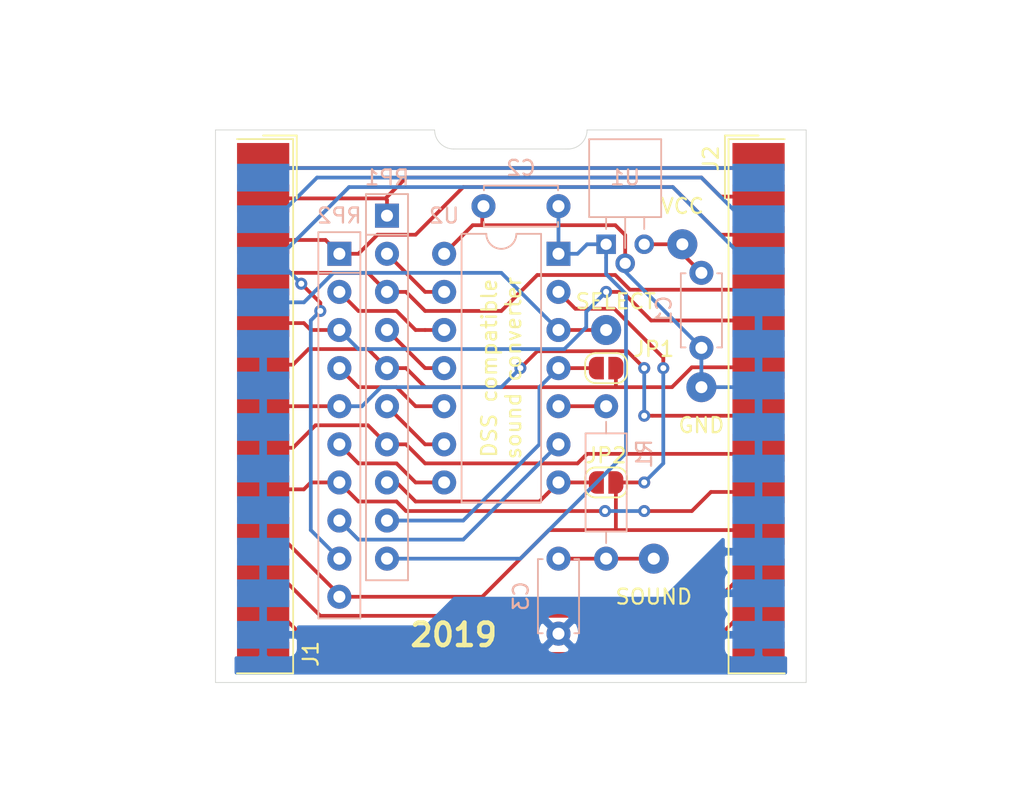
<source format=kicad_pcb>
(kicad_pcb (version 20171130) (host pcbnew 5.1.2-5.1.2)

  (general
    (thickness 1.6)
    (drawings 10)
    (tracks 213)
    (zones 0)
    (modules 16)
    (nets 32)
  )

  (page A4)
  (title_block
    (title "Parallel Port Sound Converter")
    (date 2019-08-06)
    (company "Benedikt Freisen")
  )

  (layers
    (0 F.Cu signal)
    (31 B.Cu signal)
    (32 B.Adhes user)
    (33 F.Adhes user)
    (34 B.Paste user)
    (35 F.Paste user)
    (36 B.SilkS user)
    (37 F.SilkS user)
    (38 B.Mask user)
    (39 F.Mask user)
    (40 Dwgs.User user)
    (41 Cmts.User user)
    (42 Eco1.User user)
    (43 Eco2.User user)
    (44 Edge.Cuts user)
    (45 Margin user)
    (46 B.CrtYd user)
    (47 F.CrtYd user)
    (48 B.Fab user)
    (49 F.Fab user)
  )

  (setup
    (last_trace_width 0.25)
    (trace_clearance 0.2)
    (zone_clearance 0.508)
    (zone_45_only no)
    (trace_min 0.2)
    (via_size 0.8)
    (via_drill 0.4)
    (via_min_size 0.4)
    (via_min_drill 0.3)
    (uvia_size 0.3)
    (uvia_drill 0.1)
    (uvias_allowed no)
    (uvia_min_size 0.2)
    (uvia_min_drill 0.1)
    (edge_width 0.05)
    (segment_width 0.2)
    (pcb_text_width 0.3)
    (pcb_text_size 1.5 1.5)
    (mod_edge_width 0.12)
    (mod_text_size 1 1)
    (mod_text_width 0.15)
    (pad_size 2 2)
    (pad_drill 1)
    (pad_to_mask_clearance 0.051)
    (solder_mask_min_width 0.25)
    (aux_axis_origin 0 0)
    (visible_elements FFFFFF7F)
    (pcbplotparams
      (layerselection 0x010fc_ffffffff)
      (usegerberextensions false)
      (usegerberattributes false)
      (usegerberadvancedattributes false)
      (creategerberjobfile false)
      (excludeedgelayer true)
      (linewidth 0.100000)
      (plotframeref false)
      (viasonmask false)
      (mode 1)
      (useauxorigin false)
      (hpglpennumber 1)
      (hpglpenspeed 20)
      (hpglpendiameter 15.000000)
      (psnegative false)
      (psa4output false)
      (plotreference true)
      (plotvalue true)
      (plotinvisibletext false)
      (padsonsilk false)
      (subtractmaskfromsilk false)
      (outputformat 1)
      (mirror false)
      (drillshape 1)
      (scaleselection 1)
      (outputdirectory ""))
  )

  (net 0 "")
  (net 1 GND)
  (net 2 +9V)
  (net 3 +5V)
  (net 4 /C3)
  (net 5 /C2)
  (net 6 /S3)
  (net 7 /C1)
  (net 8 /S4)
  (net 9 /S5)
  (net 10 /S7)
  (net 11 /S6_MISO)
  (net 12 /D7_SCK)
  (net 13 /D6)
  (net 14 /D5_MOSI)
  (net 15 /D4_RESET)
  (net 16 /D3)
  (net 17 /D2)
  (net 18 /D1)
  (net 19 /D0)
  (net 20 /C0)
  (net 21 /RESET)
  (net 22 /MCU_D6_MISO)
  (net 23 /MCU_D4_RESET)
  (net 24 /MCU_D2)
  (net 25 /MCU_D0)
  (net 26 /MCU_D7_SCK)
  (net 27 /MCU_D5_MOSI)
  (net 28 /MCU_D3)
  (net 29 /MCU_D1)
  (net 30 /PWM_OUT)
  (net 31 /SOUND)

  (net_class Default "Dies ist die voreingestellte Netzklasse."
    (clearance 0.2)
    (trace_width 0.25)
    (via_dia 0.8)
    (via_drill 0.4)
    (uvia_dia 0.3)
    (uvia_drill 0.1)
    (add_net +5V)
    (add_net +9V)
    (add_net /C0)
    (add_net /C1)
    (add_net /C2)
    (add_net /C3)
    (add_net /D0)
    (add_net /D1)
    (add_net /D2)
    (add_net /D3)
    (add_net /D4_RESET)
    (add_net /D5_MOSI)
    (add_net /D6)
    (add_net /D7_SCK)
    (add_net /MCU_D0)
    (add_net /MCU_D1)
    (add_net /MCU_D2)
    (add_net /MCU_D3)
    (add_net /MCU_D4_RESET)
    (add_net /MCU_D5_MOSI)
    (add_net /MCU_D6_MISO)
    (add_net /MCU_D7_SCK)
    (add_net /PWM_OUT)
    (add_net /RESET)
    (add_net /S3)
    (add_net /S4)
    (add_net /S5)
    (add_net /S6_MISO)
    (add_net /S7)
    (add_net /SOUND)
    (add_net GND)
  )

  (module Package_DIP:DIP-14_W7.62mm (layer B.Cu) (tedit 5A02E8C5) (tstamp 5D497BA6)
    (at 108.585 78.74 180)
    (descr "14-lead though-hole mounted DIP package, row spacing 7.62 mm (300 mils)")
    (tags "THT DIP DIL PDIP 2.54mm 7.62mm 300mil")
    (path /5D49B950)
    (fp_text reference U2 (at 7.62 2.54 180) (layer B.SilkS)
      (effects (font (size 1 1) (thickness 0.15)) (justify mirror))
    )
    (fp_text value ATtiny24-20PU (at 3.81 -17.57) (layer B.Fab)
      (effects (font (size 1 1) (thickness 0.15)) (justify mirror))
    )
    (fp_arc (start 3.81 1.33) (end 2.81 1.33) (angle 180) (layer B.SilkS) (width 0.12))
    (fp_line (start 1.635 1.27) (end 6.985 1.27) (layer B.Fab) (width 0.1))
    (fp_line (start 6.985 1.27) (end 6.985 -16.51) (layer B.Fab) (width 0.1))
    (fp_line (start 6.985 -16.51) (end 0.635 -16.51) (layer B.Fab) (width 0.1))
    (fp_line (start 0.635 -16.51) (end 0.635 0.27) (layer B.Fab) (width 0.1))
    (fp_line (start 0.635 0.27) (end 1.635 1.27) (layer B.Fab) (width 0.1))
    (fp_line (start 2.81 1.33) (end 1.16 1.33) (layer B.SilkS) (width 0.12))
    (fp_line (start 1.16 1.33) (end 1.16 -16.57) (layer B.SilkS) (width 0.12))
    (fp_line (start 1.16 -16.57) (end 6.46 -16.57) (layer B.SilkS) (width 0.12))
    (fp_line (start 6.46 -16.57) (end 6.46 1.33) (layer B.SilkS) (width 0.12))
    (fp_line (start 6.46 1.33) (end 4.81 1.33) (layer B.SilkS) (width 0.12))
    (fp_line (start -1.1 1.55) (end -1.1 -16.8) (layer B.CrtYd) (width 0.05))
    (fp_line (start -1.1 -16.8) (end 8.7 -16.8) (layer B.CrtYd) (width 0.05))
    (fp_line (start 8.7 -16.8) (end 8.7 1.55) (layer B.CrtYd) (width 0.05))
    (fp_line (start 8.7 1.55) (end -1.1 1.55) (layer B.CrtYd) (width 0.05))
    (fp_text user %R (at 3.81 -7.62) (layer B.Fab)
      (effects (font (size 1 1) (thickness 0.15)) (justify mirror))
    )
    (pad 1 thru_hole rect (at 0 0 180) (size 1.6 1.6) (drill 0.8) (layers *.Cu *.Mask)
      (net 3 +5V))
    (pad 8 thru_hole oval (at 7.62 -15.24 180) (size 1.6 1.6) (drill 0.8) (layers *.Cu *.Mask)
      (net 27 /MCU_D5_MOSI))
    (pad 2 thru_hole oval (at 0 -2.54 180) (size 1.6 1.6) (drill 0.8) (layers *.Cu *.Mask)
      (net 11 /S6_MISO))
    (pad 9 thru_hole oval (at 7.62 -12.7 180) (size 1.6 1.6) (drill 0.8) (layers *.Cu *.Mask)
      (net 23 /MCU_D4_RESET))
    (pad 3 thru_hole oval (at 0 -5.08 180) (size 1.6 1.6) (drill 0.8) (layers *.Cu *.Mask)
      (net 4 /C3))
    (pad 10 thru_hole oval (at 7.62 -10.16 180) (size 1.6 1.6) (drill 0.8) (layers *.Cu *.Mask)
      (net 28 /MCU_D3))
    (pad 4 thru_hole oval (at 0 -7.62 180) (size 1.6 1.6) (drill 0.8) (layers *.Cu *.Mask)
      (net 21 /RESET))
    (pad 11 thru_hole oval (at 7.62 -7.62 180) (size 1.6 1.6) (drill 0.8) (layers *.Cu *.Mask)
      (net 24 /MCU_D2))
    (pad 5 thru_hole oval (at 0 -10.16 180) (size 1.6 1.6) (drill 0.8) (layers *.Cu *.Mask)
      (net 30 /PWM_OUT))
    (pad 12 thru_hole oval (at 7.62 -5.08 180) (size 1.6 1.6) (drill 0.8) (layers *.Cu *.Mask)
      (net 29 /MCU_D1))
    (pad 6 thru_hole oval (at 0 -12.7 180) (size 1.6 1.6) (drill 0.8) (layers *.Cu *.Mask)
      (net 26 /MCU_D7_SCK))
    (pad 13 thru_hole oval (at 7.62 -2.54 180) (size 1.6 1.6) (drill 0.8) (layers *.Cu *.Mask)
      (net 25 /MCU_D0))
    (pad 7 thru_hole oval (at 0 -15.24 180) (size 1.6 1.6) (drill 0.8) (layers *.Cu *.Mask)
      (net 22 /MCU_D6_MISO))
    (pad 14 thru_hole oval (at 7.62 0 180) (size 1.6 1.6) (drill 0.8) (layers *.Cu *.Mask)
      (net 1 GND))
    (model ${KISYS3DMOD}/Package_DIP.3dshapes/DIP-14_W7.62mm.wrl
      (at (xyz 0 0 0))
      (scale (xyz 1 1 1))
      (rotate (xyz 0 0 0))
    )
  )

  (module Package_TO_SOT_THT:TO-92_Horizontal1 (layer B.Cu) (tedit 5D44966B) (tstamp 5D44746B)
    (at 111.76 78.105)
    (descr "TO-92 horizontal, leads molded, narrow, drill 0.75mm (see NXP sot054_po.pdf)")
    (tags "to-92 sc-43 sc-43a sot54 PA33 transistor")
    (path /5D44BA22)
    (fp_text reference U1 (at 1.27 -4.445) (layer B.SilkS)
      (effects (font (size 1 1) (thickness 0.15)) (justify mirror))
    )
    (fp_text value LM78L05_TO92 (at 1.14 -8.03) (layer B.Fab)
      (effects (font (size 1 1) (thickness 0.15)) (justify mirror))
    )
    (fp_line (start 3.81 -7.14) (end -1.27 -7.14) (layer B.CrtYd) (width 0.05))
    (fp_line (start 3.81 -7.14) (end 3.8 2.2) (layer B.CrtYd) (width 0.05))
    (fp_line (start -1.27 2.2) (end -1.27 -7.14) (layer B.CrtYd) (width 0.05))
    (fp_line (start -1.27 2.2) (end 3.8 2.2) (layer B.CrtYd) (width 0.05))
    (fp_line (start -1.13 -7) (end -1.13 -1.81) (layer B.SilkS) (width 0.12))
    (fp_line (start 3.67 -7) (end -1.13 -7) (layer B.SilkS) (width 0.12))
    (fp_line (start 3.67 -1.81) (end 3.67 -7) (layer B.SilkS) (width 0.12))
    (fp_line (start -1.13 -1.81) (end 3.67 -1.81) (layer B.SilkS) (width 0.12))
    (fp_line (start 2.54 -1.02) (end 2.54 -1.81) (layer B.SilkS) (width 0.12))
    (fp_line (start 1.27 0.25) (end 1.27 -1.81) (layer B.SilkS) (width 0.12))
    (fp_line (start 0 -1.02) (end 0 -1.81) (layer B.SilkS) (width 0.12))
    (fp_line (start 3.56 -6.89) (end -1.02 -6.89) (layer B.Fab) (width 0.1))
    (fp_line (start 3.56 -1.94) (end 3.56 -6.89) (layer B.Fab) (width 0.1))
    (fp_line (start -1.02 -1.94) (end 3.56 -1.94) (layer B.Fab) (width 0.1))
    (fp_line (start -1.02 -6.89) (end -1.02 -1.94) (layer B.Fab) (width 0.1))
    (fp_line (start 0 -1.94) (end 0 -1.02) (layer B.Fab) (width 0.1))
    (fp_line (start 1.27 -1.94) (end 1.27 0.25) (layer B.Fab) (width 0.1))
    (fp_line (start 2.54 -1.94) (end 2.54 -1.02) (layer B.Fab) (width 0.1))
    (fp_text user %R (at 1.27 -4.6) (layer B.Fab)
      (effects (font (size 1 1) (thickness 0.15)) (justify mirror))
    )
    (pad 1 thru_hole rect (at 0 0 270) (size 1.3 1.3) (drill 0.75) (layers *.Cu *.Mask)
      (net 3 +5V))
    (pad 3 thru_hole circle (at 2.54 0 270) (size 1.3 1.3) (drill 0.75) (layers *.Cu *.Mask)
      (net 2 +9V))
    (pad 2 thru_hole circle (at 1.27 1.27 270) (size 1.3 1.3) (drill 0.75) (layers *.Cu *.Mask)
      (net 1 GND))
    (model ${KISYS3DMOD}/Package_TO_SOT_THT.3dshapes/TO-92_Horizontal1.wrl
      (at (xyz 0 0 0))
      (scale (xyz 1 1 1))
      (rotate (xyz 0 0 0))
    )
  )

  (module Connector_Wire:SolderWirePad_1x01_Drill0.8mm (layer F.Cu) (tedit 5A2676A0) (tstamp 5D499067)
    (at 114.935 99.06)
    (descr "Wire solder connection")
    (tags connector)
    (path /5D4A2A51)
    (attr virtual)
    (fp_text reference TP4 (at 0 1.905) (layer F.Fab)
      (effects (font (size 1 1) (thickness 0.15)))
    )
    (fp_text value SOUND (at 0 2.54 180) (layer F.SilkS)
      (effects (font (size 1 1) (thickness 0.15)))
    )
    (fp_line (start 1.5 1.5) (end -1.5 1.5) (layer F.CrtYd) (width 0.05))
    (fp_line (start 1.5 1.5) (end 1.5 -1.5) (layer F.CrtYd) (width 0.05))
    (fp_line (start -1.5 -1.5) (end -1.5 1.5) (layer F.CrtYd) (width 0.05))
    (fp_line (start -1.5 -1.5) (end 1.5 -1.5) (layer F.CrtYd) (width 0.05))
    (fp_text user %R (at 0 0) (layer F.Fab)
      (effects (font (size 1 1) (thickness 0.15)))
    )
    (pad 1 thru_hole circle (at 0 0) (size 1.99898 1.99898) (drill 0.8001) (layers *.Cu *.Mask)
      (net 31 /SOUND))
  )

  (module Connector_Wire:SolderWirePad_1x01_Drill0.8mm (layer F.Cu) (tedit 5A2676A0) (tstamp 5D49A38E)
    (at 111.76 83.82)
    (descr "Wire solder connection")
    (tags connector)
    (path /5D4A0448)
    (attr virtual)
    (fp_text reference TP3 (at 0 1.905) (layer F.Fab)
      (effects (font (size 1 1) (thickness 0.15)))
    )
    (fp_text value SELECT (at 0.635 -1.905 180) (layer F.SilkS)
      (effects (font (size 1 1) (thickness 0.15)))
    )
    (fp_line (start 1.5 1.5) (end -1.5 1.5) (layer F.CrtYd) (width 0.05))
    (fp_line (start 1.5 1.5) (end 1.5 -1.5) (layer F.CrtYd) (width 0.05))
    (fp_line (start -1.5 -1.5) (end -1.5 1.5) (layer F.CrtYd) (width 0.05))
    (fp_line (start -1.5 -1.5) (end 1.5 -1.5) (layer F.CrtYd) (width 0.05))
    (fp_text user %R (at 0 0) (layer F.Fab)
      (effects (font (size 1 1) (thickness 0.15)))
    )
    (pad 1 thru_hole circle (at 0 0) (size 1.99898 1.99898) (drill 0.8001) (layers *.Cu *.Mask)
      (net 4 /C3))
  )

  (module Connector_Wire:SolderWirePad_1x01_Drill0.8mm (layer F.Cu) (tedit 5A2676A0) (tstamp 5D44CE5B)
    (at 116.84 78.105)
    (descr "Wire solder connection")
    (tags connector)
    (path /5D4A90DE)
    (attr virtual)
    (fp_text reference TP2 (at 2.54 0) (layer F.Fab)
      (effects (font (size 1 1) (thickness 0.15)))
    )
    (fp_text value VCC (at 0 -2.54 180) (layer F.SilkS)
      (effects (font (size 1 1) (thickness 0.15)))
    )
    (fp_line (start 1.5 1.5) (end -1.5 1.5) (layer F.CrtYd) (width 0.05))
    (fp_line (start 1.5 1.5) (end 1.5 -1.5) (layer F.CrtYd) (width 0.05))
    (fp_line (start -1.5 -1.5) (end -1.5 1.5) (layer F.CrtYd) (width 0.05))
    (fp_line (start -1.5 -1.5) (end 1.5 -1.5) (layer F.CrtYd) (width 0.05))
    (fp_text user %R (at 0 0) (layer F.Fab)
      (effects (font (size 1 1) (thickness 0.15)))
    )
    (pad 1 thru_hole circle (at 0 0) (size 1.99898 1.99898) (drill 0.8001) (layers *.Cu *.Mask)
      (net 2 +9V))
  )

  (module Connector_Wire:SolderWirePad_1x01_Drill0.8mm (layer F.Cu) (tedit 5A2676A0) (tstamp 5D44CE51)
    (at 118.11 87.63)
    (descr "Wire solder connection")
    (tags connector)
    (path /5D4AB599)
    (attr virtual)
    (fp_text reference TP1 (at 0 -1.905) (layer F.Fab)
      (effects (font (size 1 1) (thickness 0.15)))
    )
    (fp_text value GND (at 0 2.54 180) (layer F.SilkS)
      (effects (font (size 1 1) (thickness 0.15)))
    )
    (fp_line (start 1.5 1.5) (end -1.5 1.5) (layer F.CrtYd) (width 0.05))
    (fp_line (start 1.5 1.5) (end 1.5 -1.5) (layer F.CrtYd) (width 0.05))
    (fp_line (start -1.5 -1.5) (end -1.5 1.5) (layer F.CrtYd) (width 0.05))
    (fp_line (start -1.5 -1.5) (end 1.5 -1.5) (layer F.CrtYd) (width 0.05))
    (fp_text user %R (at 0 0) (layer F.Fab)
      (effects (font (size 1 1) (thickness 0.15)))
    )
    (pad 1 thru_hole circle (at 0 0) (size 1.99898 1.99898) (drill 0.8001) (layers *.Cu *.Mask)
      (net 1 GND))
  )

  (module Resistor_THT:R_Axial_DIN0207_L6.3mm_D2.5mm_P10.16mm_Horizontal (layer B.Cu) (tedit 5AE5139B) (tstamp 5D4990CB)
    (at 111.76 99.06 90)
    (descr "Resistor, Axial_DIN0207 series, Axial, Horizontal, pin pitch=10.16mm, 0.25W = 1/4W, length*diameter=6.3*2.5mm^2, http://cdn-reichelt.de/documents/datenblatt/B400/1_4W%23YAG.pdf")
    (tags "Resistor Axial_DIN0207 series Axial Horizontal pin pitch 10.16mm 0.25W = 1/4W length 6.3mm diameter 2.5mm")
    (path /5D492482)
    (fp_text reference R1 (at 6.985 2.54 270) (layer B.SilkS)
      (effects (font (size 1 1) (thickness 0.15)) (justify mirror))
    )
    (fp_text value 150 (at 5.08 -2.37 270) (layer B.Fab)
      (effects (font (size 1 1) (thickness 0.15)) (justify mirror))
    )
    (fp_text user %R (at 5.08 0 270) (layer B.Fab)
      (effects (font (size 1 1) (thickness 0.15)) (justify mirror))
    )
    (fp_line (start 11.21 1.5) (end -1.05 1.5) (layer B.CrtYd) (width 0.05))
    (fp_line (start 11.21 -1.5) (end 11.21 1.5) (layer B.CrtYd) (width 0.05))
    (fp_line (start -1.05 -1.5) (end 11.21 -1.5) (layer B.CrtYd) (width 0.05))
    (fp_line (start -1.05 1.5) (end -1.05 -1.5) (layer B.CrtYd) (width 0.05))
    (fp_line (start 9.12 0) (end 8.35 0) (layer B.SilkS) (width 0.12))
    (fp_line (start 1.04 0) (end 1.81 0) (layer B.SilkS) (width 0.12))
    (fp_line (start 8.35 1.37) (end 1.81 1.37) (layer B.SilkS) (width 0.12))
    (fp_line (start 8.35 -1.37) (end 8.35 1.37) (layer B.SilkS) (width 0.12))
    (fp_line (start 1.81 -1.37) (end 8.35 -1.37) (layer B.SilkS) (width 0.12))
    (fp_line (start 1.81 1.37) (end 1.81 -1.37) (layer B.SilkS) (width 0.12))
    (fp_line (start 10.16 0) (end 8.23 0) (layer B.Fab) (width 0.1))
    (fp_line (start 0 0) (end 1.93 0) (layer B.Fab) (width 0.1))
    (fp_line (start 8.23 1.25) (end 1.93 1.25) (layer B.Fab) (width 0.1))
    (fp_line (start 8.23 -1.25) (end 8.23 1.25) (layer B.Fab) (width 0.1))
    (fp_line (start 1.93 -1.25) (end 8.23 -1.25) (layer B.Fab) (width 0.1))
    (fp_line (start 1.93 1.25) (end 1.93 -1.25) (layer B.Fab) (width 0.1))
    (pad 2 thru_hole oval (at 10.16 0 90) (size 1.6 1.6) (drill 0.8) (layers *.Cu *.Mask)
      (net 30 /PWM_OUT))
    (pad 1 thru_hole circle (at 0 0 90) (size 1.6 1.6) (drill 0.8) (layers *.Cu *.Mask)
      (net 31 /SOUND))
    (model ${KISYS3DMOD}/Resistor_THT.3dshapes/R_Axial_DIN0207_L6.3mm_D2.5mm_P10.16mm_Horizontal.wrl
      (at (xyz 0 0 0))
      (scale (xyz 1 1 1))
      (rotate (xyz 0 0 0))
    )
  )

  (module Capacitor_THT:C_Disc_D4.7mm_W2.5mm_P5.00mm (layer B.Cu) (tedit 5AE50EF0) (tstamp 5D49908D)
    (at 108.585 99.06 270)
    (descr "C, Disc series, Radial, pin pitch=5.00mm, , diameter*width=4.7*2.5mm^2, Capacitor, http://www.vishay.com/docs/45233/krseries.pdf")
    (tags "C Disc series Radial pin pitch 5.00mm  diameter 4.7mm width 2.5mm Capacitor")
    (path /5D491BFB)
    (fp_text reference C3 (at 2.5 2.5 270) (layer B.SilkS)
      (effects (font (size 1 1) (thickness 0.15)) (justify mirror))
    )
    (fp_text value 100n (at 2.5 -2.5 270) (layer B.Fab)
      (effects (font (size 1 1) (thickness 0.15)) (justify mirror))
    )
    (fp_text user %R (at 2.5 0 270) (layer B.Fab)
      (effects (font (size 0.94 0.94) (thickness 0.141)) (justify mirror))
    )
    (fp_line (start 6.05 1.5) (end -1.05 1.5) (layer B.CrtYd) (width 0.05))
    (fp_line (start 6.05 -1.5) (end 6.05 1.5) (layer B.CrtYd) (width 0.05))
    (fp_line (start -1.05 -1.5) (end 6.05 -1.5) (layer B.CrtYd) (width 0.05))
    (fp_line (start -1.05 1.5) (end -1.05 -1.5) (layer B.CrtYd) (width 0.05))
    (fp_line (start 4.97 -1.055) (end 4.97 -1.37) (layer B.SilkS) (width 0.12))
    (fp_line (start 4.97 1.37) (end 4.97 1.055) (layer B.SilkS) (width 0.12))
    (fp_line (start 0.03 -1.055) (end 0.03 -1.37) (layer B.SilkS) (width 0.12))
    (fp_line (start 0.03 1.37) (end 0.03 1.055) (layer B.SilkS) (width 0.12))
    (fp_line (start 0.03 -1.37) (end 4.97 -1.37) (layer B.SilkS) (width 0.12))
    (fp_line (start 0.03 1.37) (end 4.97 1.37) (layer B.SilkS) (width 0.12))
    (fp_line (start 4.85 1.25) (end 0.15 1.25) (layer B.Fab) (width 0.1))
    (fp_line (start 4.85 -1.25) (end 4.85 1.25) (layer B.Fab) (width 0.1))
    (fp_line (start 0.15 -1.25) (end 4.85 -1.25) (layer B.Fab) (width 0.1))
    (fp_line (start 0.15 1.25) (end 0.15 -1.25) (layer B.Fab) (width 0.1))
    (pad 2 thru_hole circle (at 5 0 270) (size 1.6 1.6) (drill 0.8) (layers *.Cu *.Mask)
      (net 1 GND))
    (pad 1 thru_hole circle (at 0 0 270) (size 1.6 1.6) (drill 0.8) (layers *.Cu *.Mask)
      (net 31 /SOUND))
    (model ${KISYS3DMOD}/Capacitor_THT.3dshapes/C_Disc_D4.7mm_W2.5mm_P5.00mm.wrl
      (at (xyz 0 0 0))
      (scale (xyz 1 1 1))
      (rotate (xyz 0 0 0))
    )
  )

  (module Resistor_THT:R_Array_SIP10 (layer B.Cu) (tedit 5A14249F) (tstamp 5D447459)
    (at 93.98 78.74 270)
    (descr "10-pin Resistor SIP pack")
    (tags R)
    (path /5D460AE9)
    (fp_text reference RP2 (at -2.54 0) (layer B.SilkS)
      (effects (font (size 1 1) (thickness 0.15)) (justify mirror))
    )
    (fp_text value R_Pack05_SIP (at 12.7 -2.4 270) (layer B.Fab)
      (effects (font (size 1 1) (thickness 0.15)) (justify mirror))
    )
    (fp_text user %R (at 11.43 0 270) (layer B.Fab)
      (effects (font (size 1 1) (thickness 0.15)) (justify mirror))
    )
    (fp_line (start -1.29 1.25) (end -1.29 -1.25) (layer B.Fab) (width 0.1))
    (fp_line (start -1.29 -1.25) (end 24.15 -1.25) (layer B.Fab) (width 0.1))
    (fp_line (start 24.15 -1.25) (end 24.15 1.25) (layer B.Fab) (width 0.1))
    (fp_line (start 24.15 1.25) (end -1.29 1.25) (layer B.Fab) (width 0.1))
    (fp_line (start 1.27 1.25) (end 1.27 -1.25) (layer B.Fab) (width 0.1))
    (fp_line (start -1.44 1.4) (end -1.44 -1.4) (layer B.SilkS) (width 0.12))
    (fp_line (start -1.44 -1.4) (end 24.3 -1.4) (layer B.SilkS) (width 0.12))
    (fp_line (start 24.3 -1.4) (end 24.3 1.4) (layer B.SilkS) (width 0.12))
    (fp_line (start 24.3 1.4) (end -1.44 1.4) (layer B.SilkS) (width 0.12))
    (fp_line (start 1.27 1.4) (end 1.27 -1.4) (layer B.SilkS) (width 0.12))
    (fp_line (start -1.7 1.65) (end -1.7 -1.65) (layer B.CrtYd) (width 0.05))
    (fp_line (start -1.7 -1.65) (end 24.55 -1.65) (layer B.CrtYd) (width 0.05))
    (fp_line (start 24.55 -1.65) (end 24.55 1.65) (layer B.CrtYd) (width 0.05))
    (fp_line (start 24.55 1.65) (end -1.7 1.65) (layer B.CrtYd) (width 0.05))
    (pad 1 thru_hole rect (at 0 0 270) (size 1.6 1.6) (drill 0.8) (layers *.Cu *.Mask)
      (net 18 /D1))
    (pad 2 thru_hole oval (at 2.54 0 270) (size 1.6 1.6) (drill 0.8) (layers *.Cu *.Mask)
      (net 29 /MCU_D1))
    (pad 3 thru_hole oval (at 5.08 0 270) (size 1.6 1.6) (drill 0.8) (layers *.Cu *.Mask)
      (net 16 /D3))
    (pad 4 thru_hole oval (at 7.62 0 270) (size 1.6 1.6) (drill 0.8) (layers *.Cu *.Mask)
      (net 28 /MCU_D3))
    (pad 5 thru_hole oval (at 10.16 0 270) (size 1.6 1.6) (drill 0.8) (layers *.Cu *.Mask)
      (net 14 /D5_MOSI))
    (pad 6 thru_hole oval (at 12.7 0 270) (size 1.6 1.6) (drill 0.8) (layers *.Cu *.Mask)
      (net 27 /MCU_D5_MOSI))
    (pad 7 thru_hole oval (at 15.24 0 270) (size 1.6 1.6) (drill 0.8) (layers *.Cu *.Mask)
      (net 12 /D7_SCK))
    (pad 8 thru_hole oval (at 17.78 0 270) (size 1.6 1.6) (drill 0.8) (layers *.Cu *.Mask)
      (net 26 /MCU_D7_SCK))
    (pad 9 thru_hole oval (at 20.32 0 270) (size 1.6 1.6) (drill 0.8) (layers *.Cu *.Mask)
      (net 5 /C2))
    (pad 10 thru_hole oval (at 22.86 0 270) (size 1.6 1.6) (drill 0.8) (layers *.Cu *.Mask)
      (net 11 /S6_MISO))
    (model ${KISYS3DMOD}/Resistor_THT.3dshapes/R_Array_SIP10.wrl
      (at (xyz 0 0 0))
      (scale (xyz 1 1 1))
      (rotate (xyz 0 0 0))
    )
  )

  (module Resistor_THT:R_Array_SIP10 (layer B.Cu) (tedit 5A14249F) (tstamp 5D498F33)
    (at 97.155 76.2 270)
    (descr "10-pin Resistor SIP pack")
    (tags R)
    (path /5D45F91E)
    (fp_text reference RP1 (at -2.54 0) (layer B.SilkS)
      (effects (font (size 1 1) (thickness 0.15)) (justify mirror))
    )
    (fp_text value R_Pack05_SIP (at 12.7 -2.4 270) (layer B.Fab)
      (effects (font (size 1 1) (thickness 0.15)) (justify mirror))
    )
    (fp_text user %R (at 11.43 0 270) (layer B.Fab)
      (effects (font (size 1 1) (thickness 0.15)) (justify mirror))
    )
    (fp_line (start -1.29 1.25) (end -1.29 -1.25) (layer B.Fab) (width 0.1))
    (fp_line (start -1.29 -1.25) (end 24.15 -1.25) (layer B.Fab) (width 0.1))
    (fp_line (start 24.15 -1.25) (end 24.15 1.25) (layer B.Fab) (width 0.1))
    (fp_line (start 24.15 1.25) (end -1.29 1.25) (layer B.Fab) (width 0.1))
    (fp_line (start 1.27 1.25) (end 1.27 -1.25) (layer B.Fab) (width 0.1))
    (fp_line (start -1.44 1.4) (end -1.44 -1.4) (layer B.SilkS) (width 0.12))
    (fp_line (start -1.44 -1.4) (end 24.3 -1.4) (layer B.SilkS) (width 0.12))
    (fp_line (start 24.3 -1.4) (end 24.3 1.4) (layer B.SilkS) (width 0.12))
    (fp_line (start 24.3 1.4) (end -1.44 1.4) (layer B.SilkS) (width 0.12))
    (fp_line (start 1.27 1.4) (end 1.27 -1.4) (layer B.SilkS) (width 0.12))
    (fp_line (start -1.7 1.65) (end -1.7 -1.65) (layer B.CrtYd) (width 0.05))
    (fp_line (start -1.7 -1.65) (end 24.55 -1.65) (layer B.CrtYd) (width 0.05))
    (fp_line (start 24.55 -1.65) (end 24.55 1.65) (layer B.CrtYd) (width 0.05))
    (fp_line (start 24.55 1.65) (end -1.7 1.65) (layer B.CrtYd) (width 0.05))
    (pad 1 thru_hole rect (at 0 0 270) (size 1.6 1.6) (drill 0.8) (layers *.Cu *.Mask)
      (net 19 /D0))
    (pad 2 thru_hole oval (at 2.54 0 270) (size 1.6 1.6) (drill 0.8) (layers *.Cu *.Mask)
      (net 25 /MCU_D0))
    (pad 3 thru_hole oval (at 5.08 0 270) (size 1.6 1.6) (drill 0.8) (layers *.Cu *.Mask)
      (net 17 /D2))
    (pad 4 thru_hole oval (at 7.62 0 270) (size 1.6 1.6) (drill 0.8) (layers *.Cu *.Mask)
      (net 24 /MCU_D2))
    (pad 5 thru_hole oval (at 10.16 0 270) (size 1.6 1.6) (drill 0.8) (layers *.Cu *.Mask)
      (net 15 /D4_RESET))
    (pad 6 thru_hole oval (at 12.7 0 270) (size 1.6 1.6) (drill 0.8) (layers *.Cu *.Mask)
      (net 23 /MCU_D4_RESET))
    (pad 7 thru_hole oval (at 15.24 0 270) (size 1.6 1.6) (drill 0.8) (layers *.Cu *.Mask)
      (net 13 /D6))
    (pad 8 thru_hole oval (at 17.78 0 270) (size 1.6 1.6) (drill 0.8) (layers *.Cu *.Mask)
      (net 22 /MCU_D6_MISO))
    (pad 9 thru_hole oval (at 20.32 0 270) (size 1.6 1.6) (drill 0.8) (layers *.Cu *.Mask)
      (net 21 /RESET))
    (pad 10 thru_hole oval (at 22.86 0 270) (size 1.6 1.6) (drill 0.8) (layers *.Cu *.Mask)
      (net 3 +5V))
    (model ${KISYS3DMOD}/Resistor_THT.3dshapes/R_Array_SIP10.wrl
      (at (xyz 0 0 0))
      (scale (xyz 1 1 1))
      (rotate (xyz 0 0 0))
    )
  )

  (module Jumper:SolderJumper-2_P1.3mm_Open_RoundedPad1.0x1.5mm (layer F.Cu) (tedit 5B391E66) (tstamp 5D44741F)
    (at 111.76 93.98)
    (descr "SMD Solder Jumper, 1x1.5mm, rounded Pads, 0.3mm gap, open")
    (tags "solder jumper open")
    (path /5D46C1F1)
    (attr virtual)
    (fp_text reference JP2 (at 0 -1.8) (layer F.SilkS)
      (effects (font (size 1 1) (thickness 0.15)))
    )
    (fp_text value SolderJumper_2_Open (at 0 1.9) (layer F.Fab)
      (effects (font (size 1 1) (thickness 0.15)))
    )
    (fp_line (start 1.65 1.25) (end -1.65 1.25) (layer F.CrtYd) (width 0.05))
    (fp_line (start 1.65 1.25) (end 1.65 -1.25) (layer F.CrtYd) (width 0.05))
    (fp_line (start -1.65 -1.25) (end -1.65 1.25) (layer F.CrtYd) (width 0.05))
    (fp_line (start -1.65 -1.25) (end 1.65 -1.25) (layer F.CrtYd) (width 0.05))
    (fp_line (start -0.7 -1) (end 0.7 -1) (layer F.SilkS) (width 0.12))
    (fp_line (start 1.4 -0.3) (end 1.4 0.3) (layer F.SilkS) (width 0.12))
    (fp_line (start 0.7 1) (end -0.7 1) (layer F.SilkS) (width 0.12))
    (fp_line (start -1.4 0.3) (end -1.4 -0.3) (layer F.SilkS) (width 0.12))
    (fp_arc (start -0.7 -0.3) (end -0.7 -1) (angle -90) (layer F.SilkS) (width 0.12))
    (fp_arc (start -0.7 0.3) (end -1.4 0.3) (angle -90) (layer F.SilkS) (width 0.12))
    (fp_arc (start 0.7 0.3) (end 0.7 1) (angle -90) (layer F.SilkS) (width 0.12))
    (fp_arc (start 0.7 -0.3) (end 1.4 -0.3) (angle -90) (layer F.SilkS) (width 0.12))
    (pad 2 smd custom (at 0.65 0) (size 1 0.5) (layers F.Cu F.Mask)
      (net 11 /S6_MISO) (zone_connect 2)
      (options (clearance outline) (anchor rect))
      (primitives
        (gr_circle (center 0 0.25) (end 0.5 0.25) (width 0))
        (gr_circle (center 0 -0.25) (end 0.5 -0.25) (width 0))
        (gr_poly (pts
           (xy 0 -0.75) (xy -0.5 -0.75) (xy -0.5 0.75) (xy 0 0.75)) (width 0))
      ))
    (pad 1 smd custom (at -0.65 0) (size 1 0.5) (layers F.Cu F.Mask)
      (net 22 /MCU_D6_MISO) (zone_connect 2)
      (options (clearance outline) (anchor rect))
      (primitives
        (gr_circle (center 0 0.25) (end 0.5 0.25) (width 0))
        (gr_circle (center 0 -0.25) (end 0.5 -0.25) (width 0))
        (gr_poly (pts
           (xy 0 -0.75) (xy 0.5 -0.75) (xy 0.5 0.75) (xy 0 0.75)) (width 0))
      ))
  )

  (module Jumper:SolderJumper-2_P1.3mm_Open_RoundedPad1.0x1.5mm (layer F.Cu) (tedit 5B391E66) (tstamp 5D44740D)
    (at 111.76 86.36 180)
    (descr "SMD Solder Jumper, 1x1.5mm, rounded Pads, 0.3mm gap, open")
    (tags "solder jumper open")
    (path /5D4561F9)
    (attr virtual)
    (fp_text reference JP1 (at -3.175 1.27) (layer F.SilkS)
      (effects (font (size 1 1) (thickness 0.15)))
    )
    (fp_text value SolderJumper_2_Open (at 0 1.9) (layer F.Fab)
      (effects (font (size 1 1) (thickness 0.15)))
    )
    (fp_line (start 1.65 1.25) (end -1.65 1.25) (layer F.CrtYd) (width 0.05))
    (fp_line (start 1.65 1.25) (end 1.65 -1.25) (layer F.CrtYd) (width 0.05))
    (fp_line (start -1.65 -1.25) (end -1.65 1.25) (layer F.CrtYd) (width 0.05))
    (fp_line (start -1.65 -1.25) (end 1.65 -1.25) (layer F.CrtYd) (width 0.05))
    (fp_line (start -0.7 -1) (end 0.7 -1) (layer F.SilkS) (width 0.12))
    (fp_line (start 1.4 -0.3) (end 1.4 0.3) (layer F.SilkS) (width 0.12))
    (fp_line (start 0.7 1) (end -0.7 1) (layer F.SilkS) (width 0.12))
    (fp_line (start -1.4 0.3) (end -1.4 -0.3) (layer F.SilkS) (width 0.12))
    (fp_arc (start -0.7 -0.3) (end -0.7 -1) (angle -90) (layer F.SilkS) (width 0.12))
    (fp_arc (start -0.7 0.3) (end -1.4 0.3) (angle -90) (layer F.SilkS) (width 0.12))
    (fp_arc (start 0.7 0.3) (end 0.7 1) (angle -90) (layer F.SilkS) (width 0.12))
    (fp_arc (start 0.7 -0.3) (end 1.4 -0.3) (angle -90) (layer F.SilkS) (width 0.12))
    (pad 2 smd custom (at 0.65 0 180) (size 1 0.5) (layers F.Cu F.Mask)
      (net 21 /RESET) (zone_connect 2)
      (options (clearance outline) (anchor rect))
      (primitives
        (gr_circle (center 0 0.25) (end 0.5 0.25) (width 0))
        (gr_circle (center 0 -0.25) (end 0.5 -0.25) (width 0))
        (gr_poly (pts
           (xy 0 -0.75) (xy -0.5 -0.75) (xy -0.5 0.75) (xy 0 0.75)) (width 0))
      ))
    (pad 1 smd custom (at -0.65 0 180) (size 1 0.5) (layers F.Cu F.Mask)
      (net 15 /D4_RESET) (zone_connect 2)
      (options (clearance outline) (anchor rect))
      (primitives
        (gr_circle (center 0 0.25) (end 0.5 0.25) (width 0))
        (gr_circle (center 0 -0.25) (end 0.5 -0.25) (width 0))
        (gr_poly (pts
           (xy 0 -0.75) (xy 0.5 -0.75) (xy 0.5 0.75) (xy 0 0.75)) (width 0))
      ))
  )

  (module Connector_Dsub:DSUB-25_Female_EdgeMount_P2.77mm (layer F.Cu) (tedit 59FEDEE2) (tstamp 5D4473FB)
    (at 121.92 88.9 90)
    (descr "25-pin D-Sub connector, solder-cups edge-mounted, female, x-pin-pitch 2.77mm, distance of mounting holes 47.1mm, see https://disti-assets.s3.amazonaws.com/tonar/files/datasheets/16730.pdf")
    (tags "25-pin D-Sub connector edge mount solder cup female x-pin-pitch 2.77mm mounting holes distance 47.1mm")
    (path /5D444484)
    (attr smd)
    (fp_text reference J2 (at 16.51 -3.175 90) (layer F.SilkS)
      (effects (font (size 1 1) (thickness 0.15)))
    )
    (fp_text value DB25_Female (at 0 16.86 90) (layer F.Fab)
      (effects (font (size 1 1) (thickness 0.15)))
    )
    (fp_text user "PCB edge" (at -21.55 1.323333 90) (layer Dwgs.User)
      (effects (font (size 0.5 0.5) (thickness 0.075)))
    )
    (fp_text user %R (at 0 3.39 90) (layer F.Fab)
      (effects (font (size 1 1) (thickness 0.15)))
    )
    (fp_line (start -26.55 1.99) (end 26.55 1.99) (layer Dwgs.User) (width 0.05))
    (fp_line (start 18.043333 -2.24) (end 13.85 -2.24) (layer F.SilkS) (width 0.12))
    (fp_line (start 18.043333 0) (end 18.043333 -2.24) (layer F.SilkS) (width 0.12))
    (fp_line (start -17.803333 -2) (end -17.803333 1.74) (layer F.SilkS) (width 0.12))
    (fp_line (start 17.803333 -2) (end -17.803333 -2) (layer F.SilkS) (width 0.12))
    (fp_line (start 17.803333 1.74) (end 17.803333 -2) (layer F.SilkS) (width 0.12))
    (fp_line (start -18.05 1.5) (end -18.05 -2.25) (layer F.CrtYd) (width 0.05))
    (fp_line (start -19.05 1.5) (end -18.05 1.5) (layer F.CrtYd) (width 0.05))
    (fp_line (start -19.05 4.3) (end -19.05 1.5) (layer F.CrtYd) (width 0.05))
    (fp_line (start -20.05 4.3) (end -19.05 4.3) (layer F.CrtYd) (width 0.05))
    (fp_line (start -20.05 8.8) (end -20.05 4.3) (layer F.CrtYd) (width 0.05))
    (fp_line (start -27.05 8.8) (end -20.05 8.8) (layer F.CrtYd) (width 0.05))
    (fp_line (start -27.05 10.2) (end -27.05 8.8) (layer F.CrtYd) (width 0.05))
    (fp_line (start -19.65 10.2) (end -27.05 10.2) (layer F.CrtYd) (width 0.05))
    (fp_line (start -19.65 16.4) (end -19.65 10.2) (layer F.CrtYd) (width 0.05))
    (fp_line (start 19.65 16.4) (end -19.65 16.4) (layer F.CrtYd) (width 0.05))
    (fp_line (start 19.65 10.2) (end 19.65 16.4) (layer F.CrtYd) (width 0.05))
    (fp_line (start 27.05 10.2) (end 19.65 10.2) (layer F.CrtYd) (width 0.05))
    (fp_line (start 27.05 8.8) (end 27.05 10.2) (layer F.CrtYd) (width 0.05))
    (fp_line (start 20.05 8.8) (end 27.05 8.8) (layer F.CrtYd) (width 0.05))
    (fp_line (start 20.05 4.3) (end 20.05 8.8) (layer F.CrtYd) (width 0.05))
    (fp_line (start 19.05 4.3) (end 20.05 4.3) (layer F.CrtYd) (width 0.05))
    (fp_line (start 19.05 1.5) (end 19.05 4.3) (layer F.CrtYd) (width 0.05))
    (fp_line (start 18.05 1.5) (end 19.05 1.5) (layer F.CrtYd) (width 0.05))
    (fp_line (start 18.05 -2.25) (end 18.05 1.5) (layer F.CrtYd) (width 0.05))
    (fp_line (start -18.05 -2.25) (end 18.05 -2.25) (layer F.CrtYd) (width 0.05))
    (fp_line (start 19.15 9.69) (end -19.15 9.69) (layer F.Fab) (width 0.1))
    (fp_line (start 19.15 15.86) (end 19.15 9.69) (layer F.Fab) (width 0.1))
    (fp_line (start -19.15 15.86) (end 19.15 15.86) (layer F.Fab) (width 0.1))
    (fp_line (start -19.15 9.69) (end -19.15 15.86) (layer F.Fab) (width 0.1))
    (fp_line (start 26.55 9.29) (end -26.55 9.29) (layer F.Fab) (width 0.1))
    (fp_line (start 26.55 9.69) (end 26.55 9.29) (layer F.Fab) (width 0.1))
    (fp_line (start -26.55 9.69) (end 26.55 9.69) (layer F.Fab) (width 0.1))
    (fp_line (start -26.55 9.29) (end -26.55 9.69) (layer F.Fab) (width 0.1))
    (fp_line (start 19.55 4.79) (end -19.55 4.79) (layer F.Fab) (width 0.1))
    (fp_line (start 19.55 9.29) (end 19.55 4.79) (layer F.Fab) (width 0.1))
    (fp_line (start -19.55 9.29) (end 19.55 9.29) (layer F.Fab) (width 0.1))
    (fp_line (start -19.55 4.79) (end -19.55 9.29) (layer F.Fab) (width 0.1))
    (fp_line (start 18.55 1.99) (end -18.55 1.99) (layer F.Fab) (width 0.1))
    (fp_line (start 18.55 4.79) (end 18.55 1.99) (layer F.Fab) (width 0.1))
    (fp_line (start -18.55 4.79) (end 18.55 4.79) (layer F.Fab) (width 0.1))
    (fp_line (start -18.55 1.99) (end -18.55 4.79) (layer F.Fab) (width 0.1))
    (fp_line (start -14.635 -0.91) (end -15.835 -0.91) (layer B.Fab) (width 0.1))
    (fp_line (start -14.635 1.99) (end -14.635 -0.91) (layer B.Fab) (width 0.1))
    (fp_line (start -15.835 1.99) (end -14.635 1.99) (layer B.Fab) (width 0.1))
    (fp_line (start -15.835 -0.91) (end -15.835 1.99) (layer B.Fab) (width 0.1))
    (fp_line (start -11.865 -0.91) (end -13.065 -0.91) (layer B.Fab) (width 0.1))
    (fp_line (start -11.865 1.99) (end -11.865 -0.91) (layer B.Fab) (width 0.1))
    (fp_line (start -13.065 1.99) (end -11.865 1.99) (layer B.Fab) (width 0.1))
    (fp_line (start -13.065 -0.91) (end -13.065 1.99) (layer B.Fab) (width 0.1))
    (fp_line (start -9.095 -0.91) (end -10.295 -0.91) (layer B.Fab) (width 0.1))
    (fp_line (start -9.095 1.99) (end -9.095 -0.91) (layer B.Fab) (width 0.1))
    (fp_line (start -10.295 1.99) (end -9.095 1.99) (layer B.Fab) (width 0.1))
    (fp_line (start -10.295 -0.91) (end -10.295 1.99) (layer B.Fab) (width 0.1))
    (fp_line (start -6.325 -0.91) (end -7.525 -0.91) (layer B.Fab) (width 0.1))
    (fp_line (start -6.325 1.99) (end -6.325 -0.91) (layer B.Fab) (width 0.1))
    (fp_line (start -7.525 1.99) (end -6.325 1.99) (layer B.Fab) (width 0.1))
    (fp_line (start -7.525 -0.91) (end -7.525 1.99) (layer B.Fab) (width 0.1))
    (fp_line (start -3.555 -0.91) (end -4.755 -0.91) (layer B.Fab) (width 0.1))
    (fp_line (start -3.555 1.99) (end -3.555 -0.91) (layer B.Fab) (width 0.1))
    (fp_line (start -4.755 1.99) (end -3.555 1.99) (layer B.Fab) (width 0.1))
    (fp_line (start -4.755 -0.91) (end -4.755 1.99) (layer B.Fab) (width 0.1))
    (fp_line (start -0.785 -0.91) (end -1.985 -0.91) (layer B.Fab) (width 0.1))
    (fp_line (start -0.785 1.99) (end -0.785 -0.91) (layer B.Fab) (width 0.1))
    (fp_line (start -1.985 1.99) (end -0.785 1.99) (layer B.Fab) (width 0.1))
    (fp_line (start -1.985 -0.91) (end -1.985 1.99) (layer B.Fab) (width 0.1))
    (fp_line (start 1.985 -0.91) (end 0.785 -0.91) (layer B.Fab) (width 0.1))
    (fp_line (start 1.985 1.99) (end 1.985 -0.91) (layer B.Fab) (width 0.1))
    (fp_line (start 0.785 1.99) (end 1.985 1.99) (layer B.Fab) (width 0.1))
    (fp_line (start 0.785 -0.91) (end 0.785 1.99) (layer B.Fab) (width 0.1))
    (fp_line (start 4.755 -0.91) (end 3.555 -0.91) (layer B.Fab) (width 0.1))
    (fp_line (start 4.755 1.99) (end 4.755 -0.91) (layer B.Fab) (width 0.1))
    (fp_line (start 3.555 1.99) (end 4.755 1.99) (layer B.Fab) (width 0.1))
    (fp_line (start 3.555 -0.91) (end 3.555 1.99) (layer B.Fab) (width 0.1))
    (fp_line (start 7.525 -0.91) (end 6.325 -0.91) (layer B.Fab) (width 0.1))
    (fp_line (start 7.525 1.99) (end 7.525 -0.91) (layer B.Fab) (width 0.1))
    (fp_line (start 6.325 1.99) (end 7.525 1.99) (layer B.Fab) (width 0.1))
    (fp_line (start 6.325 -0.91) (end 6.325 1.99) (layer B.Fab) (width 0.1))
    (fp_line (start 10.295 -0.91) (end 9.095 -0.91) (layer B.Fab) (width 0.1))
    (fp_line (start 10.295 1.99) (end 10.295 -0.91) (layer B.Fab) (width 0.1))
    (fp_line (start 9.095 1.99) (end 10.295 1.99) (layer B.Fab) (width 0.1))
    (fp_line (start 9.095 -0.91) (end 9.095 1.99) (layer B.Fab) (width 0.1))
    (fp_line (start 13.065 -0.91) (end 11.865 -0.91) (layer B.Fab) (width 0.1))
    (fp_line (start 13.065 1.99) (end 13.065 -0.91) (layer B.Fab) (width 0.1))
    (fp_line (start 11.865 1.99) (end 13.065 1.99) (layer B.Fab) (width 0.1))
    (fp_line (start 11.865 -0.91) (end 11.865 1.99) (layer B.Fab) (width 0.1))
    (fp_line (start 15.835 -0.91) (end 14.635 -0.91) (layer B.Fab) (width 0.1))
    (fp_line (start 15.835 1.99) (end 15.835 -0.91) (layer B.Fab) (width 0.1))
    (fp_line (start 14.635 1.99) (end 15.835 1.99) (layer B.Fab) (width 0.1))
    (fp_line (start 14.635 -0.91) (end 14.635 1.99) (layer B.Fab) (width 0.1))
    (fp_line (start -16.02 -0.91) (end -17.22 -0.91) (layer F.Fab) (width 0.1))
    (fp_line (start -16.02 1.99) (end -16.02 -0.91) (layer F.Fab) (width 0.1))
    (fp_line (start -17.22 1.99) (end -16.02 1.99) (layer F.Fab) (width 0.1))
    (fp_line (start -17.22 -0.91) (end -17.22 1.99) (layer F.Fab) (width 0.1))
    (fp_line (start -13.25 -0.91) (end -14.45 -0.91) (layer F.Fab) (width 0.1))
    (fp_line (start -13.25 1.99) (end -13.25 -0.91) (layer F.Fab) (width 0.1))
    (fp_line (start -14.45 1.99) (end -13.25 1.99) (layer F.Fab) (width 0.1))
    (fp_line (start -14.45 -0.91) (end -14.45 1.99) (layer F.Fab) (width 0.1))
    (fp_line (start -10.48 -0.91) (end -11.68 -0.91) (layer F.Fab) (width 0.1))
    (fp_line (start -10.48 1.99) (end -10.48 -0.91) (layer F.Fab) (width 0.1))
    (fp_line (start -11.68 1.99) (end -10.48 1.99) (layer F.Fab) (width 0.1))
    (fp_line (start -11.68 -0.91) (end -11.68 1.99) (layer F.Fab) (width 0.1))
    (fp_line (start -7.71 -0.91) (end -8.91 -0.91) (layer F.Fab) (width 0.1))
    (fp_line (start -7.71 1.99) (end -7.71 -0.91) (layer F.Fab) (width 0.1))
    (fp_line (start -8.91 1.99) (end -7.71 1.99) (layer F.Fab) (width 0.1))
    (fp_line (start -8.91 -0.91) (end -8.91 1.99) (layer F.Fab) (width 0.1))
    (fp_line (start -4.94 -0.91) (end -6.14 -0.91) (layer F.Fab) (width 0.1))
    (fp_line (start -4.94 1.99) (end -4.94 -0.91) (layer F.Fab) (width 0.1))
    (fp_line (start -6.14 1.99) (end -4.94 1.99) (layer F.Fab) (width 0.1))
    (fp_line (start -6.14 -0.91) (end -6.14 1.99) (layer F.Fab) (width 0.1))
    (fp_line (start -2.17 -0.91) (end -3.37 -0.91) (layer F.Fab) (width 0.1))
    (fp_line (start -2.17 1.99) (end -2.17 -0.91) (layer F.Fab) (width 0.1))
    (fp_line (start -3.37 1.99) (end -2.17 1.99) (layer F.Fab) (width 0.1))
    (fp_line (start -3.37 -0.91) (end -3.37 1.99) (layer F.Fab) (width 0.1))
    (fp_line (start 0.6 -0.91) (end -0.6 -0.91) (layer F.Fab) (width 0.1))
    (fp_line (start 0.6 1.99) (end 0.6 -0.91) (layer F.Fab) (width 0.1))
    (fp_line (start -0.6 1.99) (end 0.6 1.99) (layer F.Fab) (width 0.1))
    (fp_line (start -0.6 -0.91) (end -0.6 1.99) (layer F.Fab) (width 0.1))
    (fp_line (start 3.37 -0.91) (end 2.17 -0.91) (layer F.Fab) (width 0.1))
    (fp_line (start 3.37 1.99) (end 3.37 -0.91) (layer F.Fab) (width 0.1))
    (fp_line (start 2.17 1.99) (end 3.37 1.99) (layer F.Fab) (width 0.1))
    (fp_line (start 2.17 -0.91) (end 2.17 1.99) (layer F.Fab) (width 0.1))
    (fp_line (start 6.14 -0.91) (end 4.94 -0.91) (layer F.Fab) (width 0.1))
    (fp_line (start 6.14 1.99) (end 6.14 -0.91) (layer F.Fab) (width 0.1))
    (fp_line (start 4.94 1.99) (end 6.14 1.99) (layer F.Fab) (width 0.1))
    (fp_line (start 4.94 -0.91) (end 4.94 1.99) (layer F.Fab) (width 0.1))
    (fp_line (start 8.91 -0.91) (end 7.71 -0.91) (layer F.Fab) (width 0.1))
    (fp_line (start 8.91 1.99) (end 8.91 -0.91) (layer F.Fab) (width 0.1))
    (fp_line (start 7.71 1.99) (end 8.91 1.99) (layer F.Fab) (width 0.1))
    (fp_line (start 7.71 -0.91) (end 7.71 1.99) (layer F.Fab) (width 0.1))
    (fp_line (start 11.68 -0.91) (end 10.48 -0.91) (layer F.Fab) (width 0.1))
    (fp_line (start 11.68 1.99) (end 11.68 -0.91) (layer F.Fab) (width 0.1))
    (fp_line (start 10.48 1.99) (end 11.68 1.99) (layer F.Fab) (width 0.1))
    (fp_line (start 10.48 -0.91) (end 10.48 1.99) (layer F.Fab) (width 0.1))
    (fp_line (start 14.45 -0.91) (end 13.25 -0.91) (layer F.Fab) (width 0.1))
    (fp_line (start 14.45 1.99) (end 14.45 -0.91) (layer F.Fab) (width 0.1))
    (fp_line (start 13.25 1.99) (end 14.45 1.99) (layer F.Fab) (width 0.1))
    (fp_line (start 13.25 -0.91) (end 13.25 1.99) (layer F.Fab) (width 0.1))
    (fp_line (start 17.22 -0.91) (end 16.02 -0.91) (layer F.Fab) (width 0.1))
    (fp_line (start 17.22 1.99) (end 17.22 -0.91) (layer F.Fab) (width 0.1))
    (fp_line (start 16.02 1.99) (end 17.22 1.99) (layer F.Fab) (width 0.1))
    (fp_line (start 16.02 -0.91) (end 16.02 1.99) (layer F.Fab) (width 0.1))
    (pad 25 smd rect (at -15.235 0 90) (size 1.846667 3.48) (layers B.Cu B.Paste B.Mask)
      (net 1 GND))
    (pad 24 smd rect (at -12.465 0 90) (size 1.846667 3.48) (layers B.Cu B.Paste B.Mask)
      (net 1 GND))
    (pad 23 smd rect (at -9.695 0 90) (size 1.846667 3.48) (layers B.Cu B.Paste B.Mask)
      (net 1 GND))
    (pad 22 smd rect (at -6.925 0 90) (size 1.846667 3.48) (layers B.Cu B.Paste B.Mask)
      (net 1 GND))
    (pad 21 smd rect (at -4.155 0 90) (size 1.846667 3.48) (layers B.Cu B.Paste B.Mask)
      (net 1 GND))
    (pad 20 smd rect (at -1.385 0 90) (size 1.846667 3.48) (layers B.Cu B.Paste B.Mask)
      (net 1 GND))
    (pad 19 smd rect (at 1.385 0 90) (size 1.846667 3.48) (layers B.Cu B.Paste B.Mask)
      (net 1 GND))
    (pad 18 smd rect (at 4.155 0 90) (size 1.846667 3.48) (layers B.Cu B.Paste B.Mask)
      (net 1 GND))
    (pad 17 smd rect (at 6.925 0 90) (size 1.846667 3.48) (layers B.Cu B.Paste B.Mask)
      (net 1 GND))
    (pad 16 smd rect (at 9.695 0 90) (size 1.846667 3.48) (layers B.Cu B.Paste B.Mask)
      (net 5 /C2))
    (pad 15 smd rect (at 12.465 0 90) (size 1.846667 3.48) (layers B.Cu B.Paste B.Mask)
      (net 6 /S3))
    (pad 14 smd rect (at 15.235 0 90) (size 1.846667 3.48) (layers B.Cu B.Paste B.Mask)
      (net 7 /C1))
    (pad 13 smd rect (at -16.62 0 90) (size 1.846667 3.48) (layers F.Cu F.Paste F.Mask)
      (net 8 /S4))
    (pad 12 smd rect (at -13.85 0 90) (size 1.846667 3.48) (layers F.Cu F.Paste F.Mask)
      (net 9 /S5))
    (pad 11 smd rect (at -11.08 0 90) (size 1.846667 3.48) (layers F.Cu F.Paste F.Mask)
      (net 10 /S7))
    (pad 10 smd rect (at -8.31 0 90) (size 1.846667 3.48) (layers F.Cu F.Paste F.Mask)
      (net 11 /S6_MISO))
    (pad 9 smd rect (at -5.54 0 90) (size 1.846667 3.48) (layers F.Cu F.Paste F.Mask)
      (net 12 /D7_SCK))
    (pad 8 smd rect (at -2.77 0 90) (size 1.846667 3.48) (layers F.Cu F.Paste F.Mask)
      (net 13 /D6))
    (pad 7 smd rect (at 0 0 90) (size 1.846667 3.48) (layers F.Cu F.Paste F.Mask)
      (net 14 /D5_MOSI))
    (pad 6 smd rect (at 2.77 0 90) (size 1.846667 3.48) (layers F.Cu F.Paste F.Mask)
      (net 15 /D4_RESET))
    (pad 5 smd rect (at 5.54 0 90) (size 1.846667 3.48) (layers F.Cu F.Paste F.Mask)
      (net 16 /D3))
    (pad 4 smd rect (at 8.31 0 90) (size 1.846667 3.48) (layers F.Cu F.Paste F.Mask)
      (net 17 /D2))
    (pad 3 smd rect (at 11.08 0 90) (size 1.846667 3.48) (layers F.Cu F.Paste F.Mask)
      (net 18 /D1))
    (pad 2 smd rect (at 13.85 0 90) (size 1.846667 3.48) (layers F.Cu F.Paste F.Mask)
      (net 19 /D0))
    (pad 1 smd rect (at 16.62 0 90) (size 1.846667 3.48) (layers F.Cu F.Paste F.Mask)
      (net 20 /C0))
    (model ${KISYS3DMOD}/Connector_Dsub.3dshapes/DSUB-25_Female_EdgeMount_P2.77mm.wrl
      (at (xyz 0 0 0))
      (scale (xyz 1 1 1))
      (rotate (xyz 0 0 0))
    )
  )

  (module Connector_Dsub:DSUB-25_Male_EdgeMount_P2.77mm (layer F.Cu) (tedit 59FEDEE2) (tstamp 5D44734E)
    (at 88.9 88.9 270)
    (descr "25-pin D-Sub connector, solder-cups edge-mounted, male, x-pin-pitch 2.77mm, distance of mounting holes 47.1mm, see https://disti-assets.s3.amazonaws.com/tonar/files/datasheets/16730.pdf")
    (tags "25-pin D-Sub connector edge mount solder cup male x-pin-pitch 2.77mm mounting holes distance 47.1mm")
    (path /5D44408A)
    (attr smd)
    (fp_text reference J1 (at 16.51 -3.175 90) (layer F.SilkS)
      (effects (font (size 1 1) (thickness 0.15)))
    )
    (fp_text value DB25_Male (at 0 16.69 90) (layer F.Fab)
      (effects (font (size 1 1) (thickness 0.15)))
    )
    (fp_text user "PCB edge" (at -21.55 1.323333 90) (layer Dwgs.User)
      (effects (font (size 0.5 0.5) (thickness 0.075)))
    )
    (fp_text user %R (at 0 3.39 90) (layer F.Fab)
      (effects (font (size 1 1) (thickness 0.15)))
    )
    (fp_line (start -26.55 1.99) (end 26.55 1.99) (layer Dwgs.User) (width 0.05))
    (fp_line (start -18.043333 -2.24) (end -13.85 -2.24) (layer F.SilkS) (width 0.12))
    (fp_line (start -18.043333 0) (end -18.043333 -2.24) (layer F.SilkS) (width 0.12))
    (fp_line (start -17.803333 -2) (end -17.803333 1.74) (layer F.SilkS) (width 0.12))
    (fp_line (start 17.803333 -2) (end -17.803333 -2) (layer F.SilkS) (width 0.12))
    (fp_line (start 17.803333 1.74) (end 17.803333 -2) (layer F.SilkS) (width 0.12))
    (fp_line (start -18.05 1.5) (end -18.05 -2.25) (layer F.CrtYd) (width 0.05))
    (fp_line (start -19.05 1.5) (end -18.05 1.5) (layer F.CrtYd) (width 0.05))
    (fp_line (start -19.05 4.3) (end -19.05 1.5) (layer F.CrtYd) (width 0.05))
    (fp_line (start -20.05 4.3) (end -19.05 4.3) (layer F.CrtYd) (width 0.05))
    (fp_line (start -20.05 8.8) (end -20.05 4.3) (layer F.CrtYd) (width 0.05))
    (fp_line (start -27.05 8.8) (end -20.05 8.8) (layer F.CrtYd) (width 0.05))
    (fp_line (start -27.05 10.2) (end -27.05 8.8) (layer F.CrtYd) (width 0.05))
    (fp_line (start -19.65 10.2) (end -27.05 10.2) (layer F.CrtYd) (width 0.05))
    (fp_line (start -19.65 16.2) (end -19.65 10.2) (layer F.CrtYd) (width 0.05))
    (fp_line (start 19.65 16.2) (end -19.65 16.2) (layer F.CrtYd) (width 0.05))
    (fp_line (start 19.65 10.2) (end 19.65 16.2) (layer F.CrtYd) (width 0.05))
    (fp_line (start 27.05 10.2) (end 19.65 10.2) (layer F.CrtYd) (width 0.05))
    (fp_line (start 27.05 8.8) (end 27.05 10.2) (layer F.CrtYd) (width 0.05))
    (fp_line (start 20.05 8.8) (end 27.05 8.8) (layer F.CrtYd) (width 0.05))
    (fp_line (start 20.05 4.3) (end 20.05 8.8) (layer F.CrtYd) (width 0.05))
    (fp_line (start 19.05 4.3) (end 20.05 4.3) (layer F.CrtYd) (width 0.05))
    (fp_line (start 19.05 1.5) (end 19.05 4.3) (layer F.CrtYd) (width 0.05))
    (fp_line (start 18.05 1.5) (end 19.05 1.5) (layer F.CrtYd) (width 0.05))
    (fp_line (start 18.05 -2.25) (end 18.05 1.5) (layer F.CrtYd) (width 0.05))
    (fp_line (start -18.05 -2.25) (end 18.05 -2.25) (layer F.CrtYd) (width 0.05))
    (fp_line (start 19.15 9.69) (end -19.15 9.69) (layer F.Fab) (width 0.1))
    (fp_line (start 19.15 15.69) (end 19.15 9.69) (layer F.Fab) (width 0.1))
    (fp_line (start -19.15 15.69) (end 19.15 15.69) (layer F.Fab) (width 0.1))
    (fp_line (start -19.15 9.69) (end -19.15 15.69) (layer F.Fab) (width 0.1))
    (fp_line (start 26.55 9.29) (end -26.55 9.29) (layer F.Fab) (width 0.1))
    (fp_line (start 26.55 9.69) (end 26.55 9.29) (layer F.Fab) (width 0.1))
    (fp_line (start -26.55 9.69) (end 26.55 9.69) (layer F.Fab) (width 0.1))
    (fp_line (start -26.55 9.29) (end -26.55 9.69) (layer F.Fab) (width 0.1))
    (fp_line (start 19.55 4.79) (end -19.55 4.79) (layer F.Fab) (width 0.1))
    (fp_line (start 19.55 9.29) (end 19.55 4.79) (layer F.Fab) (width 0.1))
    (fp_line (start -19.55 9.29) (end 19.55 9.29) (layer F.Fab) (width 0.1))
    (fp_line (start -19.55 4.79) (end -19.55 9.29) (layer F.Fab) (width 0.1))
    (fp_line (start 18.55 1.99) (end -18.55 1.99) (layer F.Fab) (width 0.1))
    (fp_line (start 18.55 4.79) (end 18.55 1.99) (layer F.Fab) (width 0.1))
    (fp_line (start -18.55 4.79) (end 18.55 4.79) (layer F.Fab) (width 0.1))
    (fp_line (start -18.55 1.99) (end -18.55 4.79) (layer F.Fab) (width 0.1))
    (fp_line (start 15.835 -0.91) (end 14.635 -0.91) (layer B.Fab) (width 0.1))
    (fp_line (start 15.835 1.99) (end 15.835 -0.91) (layer B.Fab) (width 0.1))
    (fp_line (start 14.635 1.99) (end 15.835 1.99) (layer B.Fab) (width 0.1))
    (fp_line (start 14.635 -0.91) (end 14.635 1.99) (layer B.Fab) (width 0.1))
    (fp_line (start 13.065 -0.91) (end 11.865 -0.91) (layer B.Fab) (width 0.1))
    (fp_line (start 13.065 1.99) (end 13.065 -0.91) (layer B.Fab) (width 0.1))
    (fp_line (start 11.865 1.99) (end 13.065 1.99) (layer B.Fab) (width 0.1))
    (fp_line (start 11.865 -0.91) (end 11.865 1.99) (layer B.Fab) (width 0.1))
    (fp_line (start 10.295 -0.91) (end 9.095 -0.91) (layer B.Fab) (width 0.1))
    (fp_line (start 10.295 1.99) (end 10.295 -0.91) (layer B.Fab) (width 0.1))
    (fp_line (start 9.095 1.99) (end 10.295 1.99) (layer B.Fab) (width 0.1))
    (fp_line (start 9.095 -0.91) (end 9.095 1.99) (layer B.Fab) (width 0.1))
    (fp_line (start 7.525 -0.91) (end 6.325 -0.91) (layer B.Fab) (width 0.1))
    (fp_line (start 7.525 1.99) (end 7.525 -0.91) (layer B.Fab) (width 0.1))
    (fp_line (start 6.325 1.99) (end 7.525 1.99) (layer B.Fab) (width 0.1))
    (fp_line (start 6.325 -0.91) (end 6.325 1.99) (layer B.Fab) (width 0.1))
    (fp_line (start 4.755 -0.91) (end 3.555 -0.91) (layer B.Fab) (width 0.1))
    (fp_line (start 4.755 1.99) (end 4.755 -0.91) (layer B.Fab) (width 0.1))
    (fp_line (start 3.555 1.99) (end 4.755 1.99) (layer B.Fab) (width 0.1))
    (fp_line (start 3.555 -0.91) (end 3.555 1.99) (layer B.Fab) (width 0.1))
    (fp_line (start 1.985 -0.91) (end 0.785 -0.91) (layer B.Fab) (width 0.1))
    (fp_line (start 1.985 1.99) (end 1.985 -0.91) (layer B.Fab) (width 0.1))
    (fp_line (start 0.785 1.99) (end 1.985 1.99) (layer B.Fab) (width 0.1))
    (fp_line (start 0.785 -0.91) (end 0.785 1.99) (layer B.Fab) (width 0.1))
    (fp_line (start -0.785 -0.91) (end -1.985 -0.91) (layer B.Fab) (width 0.1))
    (fp_line (start -0.785 1.99) (end -0.785 -0.91) (layer B.Fab) (width 0.1))
    (fp_line (start -1.985 1.99) (end -0.785 1.99) (layer B.Fab) (width 0.1))
    (fp_line (start -1.985 -0.91) (end -1.985 1.99) (layer B.Fab) (width 0.1))
    (fp_line (start -3.555 -0.91) (end -4.755 -0.91) (layer B.Fab) (width 0.1))
    (fp_line (start -3.555 1.99) (end -3.555 -0.91) (layer B.Fab) (width 0.1))
    (fp_line (start -4.755 1.99) (end -3.555 1.99) (layer B.Fab) (width 0.1))
    (fp_line (start -4.755 -0.91) (end -4.755 1.99) (layer B.Fab) (width 0.1))
    (fp_line (start -6.325 -0.91) (end -7.525 -0.91) (layer B.Fab) (width 0.1))
    (fp_line (start -6.325 1.99) (end -6.325 -0.91) (layer B.Fab) (width 0.1))
    (fp_line (start -7.525 1.99) (end -6.325 1.99) (layer B.Fab) (width 0.1))
    (fp_line (start -7.525 -0.91) (end -7.525 1.99) (layer B.Fab) (width 0.1))
    (fp_line (start -9.095 -0.91) (end -10.295 -0.91) (layer B.Fab) (width 0.1))
    (fp_line (start -9.095 1.99) (end -9.095 -0.91) (layer B.Fab) (width 0.1))
    (fp_line (start -10.295 1.99) (end -9.095 1.99) (layer B.Fab) (width 0.1))
    (fp_line (start -10.295 -0.91) (end -10.295 1.99) (layer B.Fab) (width 0.1))
    (fp_line (start -11.865 -0.91) (end -13.065 -0.91) (layer B.Fab) (width 0.1))
    (fp_line (start -11.865 1.99) (end -11.865 -0.91) (layer B.Fab) (width 0.1))
    (fp_line (start -13.065 1.99) (end -11.865 1.99) (layer B.Fab) (width 0.1))
    (fp_line (start -13.065 -0.91) (end -13.065 1.99) (layer B.Fab) (width 0.1))
    (fp_line (start -14.635 -0.91) (end -15.835 -0.91) (layer B.Fab) (width 0.1))
    (fp_line (start -14.635 1.99) (end -14.635 -0.91) (layer B.Fab) (width 0.1))
    (fp_line (start -15.835 1.99) (end -14.635 1.99) (layer B.Fab) (width 0.1))
    (fp_line (start -15.835 -0.91) (end -15.835 1.99) (layer B.Fab) (width 0.1))
    (fp_line (start 17.22 -0.91) (end 16.02 -0.91) (layer F.Fab) (width 0.1))
    (fp_line (start 17.22 1.99) (end 17.22 -0.91) (layer F.Fab) (width 0.1))
    (fp_line (start 16.02 1.99) (end 17.22 1.99) (layer F.Fab) (width 0.1))
    (fp_line (start 16.02 -0.91) (end 16.02 1.99) (layer F.Fab) (width 0.1))
    (fp_line (start 14.45 -0.91) (end 13.25 -0.91) (layer F.Fab) (width 0.1))
    (fp_line (start 14.45 1.99) (end 14.45 -0.91) (layer F.Fab) (width 0.1))
    (fp_line (start 13.25 1.99) (end 14.45 1.99) (layer F.Fab) (width 0.1))
    (fp_line (start 13.25 -0.91) (end 13.25 1.99) (layer F.Fab) (width 0.1))
    (fp_line (start 11.68 -0.91) (end 10.48 -0.91) (layer F.Fab) (width 0.1))
    (fp_line (start 11.68 1.99) (end 11.68 -0.91) (layer F.Fab) (width 0.1))
    (fp_line (start 10.48 1.99) (end 11.68 1.99) (layer F.Fab) (width 0.1))
    (fp_line (start 10.48 -0.91) (end 10.48 1.99) (layer F.Fab) (width 0.1))
    (fp_line (start 8.91 -0.91) (end 7.71 -0.91) (layer F.Fab) (width 0.1))
    (fp_line (start 8.91 1.99) (end 8.91 -0.91) (layer F.Fab) (width 0.1))
    (fp_line (start 7.71 1.99) (end 8.91 1.99) (layer F.Fab) (width 0.1))
    (fp_line (start 7.71 -0.91) (end 7.71 1.99) (layer F.Fab) (width 0.1))
    (fp_line (start 6.14 -0.91) (end 4.94 -0.91) (layer F.Fab) (width 0.1))
    (fp_line (start 6.14 1.99) (end 6.14 -0.91) (layer F.Fab) (width 0.1))
    (fp_line (start 4.94 1.99) (end 6.14 1.99) (layer F.Fab) (width 0.1))
    (fp_line (start 4.94 -0.91) (end 4.94 1.99) (layer F.Fab) (width 0.1))
    (fp_line (start 3.37 -0.91) (end 2.17 -0.91) (layer F.Fab) (width 0.1))
    (fp_line (start 3.37 1.99) (end 3.37 -0.91) (layer F.Fab) (width 0.1))
    (fp_line (start 2.17 1.99) (end 3.37 1.99) (layer F.Fab) (width 0.1))
    (fp_line (start 2.17 -0.91) (end 2.17 1.99) (layer F.Fab) (width 0.1))
    (fp_line (start 0.6 -0.91) (end -0.6 -0.91) (layer F.Fab) (width 0.1))
    (fp_line (start 0.6 1.99) (end 0.6 -0.91) (layer F.Fab) (width 0.1))
    (fp_line (start -0.6 1.99) (end 0.6 1.99) (layer F.Fab) (width 0.1))
    (fp_line (start -0.6 -0.91) (end -0.6 1.99) (layer F.Fab) (width 0.1))
    (fp_line (start -2.17 -0.91) (end -3.37 -0.91) (layer F.Fab) (width 0.1))
    (fp_line (start -2.17 1.99) (end -2.17 -0.91) (layer F.Fab) (width 0.1))
    (fp_line (start -3.37 1.99) (end -2.17 1.99) (layer F.Fab) (width 0.1))
    (fp_line (start -3.37 -0.91) (end -3.37 1.99) (layer F.Fab) (width 0.1))
    (fp_line (start -4.94 -0.91) (end -6.14 -0.91) (layer F.Fab) (width 0.1))
    (fp_line (start -4.94 1.99) (end -4.94 -0.91) (layer F.Fab) (width 0.1))
    (fp_line (start -6.14 1.99) (end -4.94 1.99) (layer F.Fab) (width 0.1))
    (fp_line (start -6.14 -0.91) (end -6.14 1.99) (layer F.Fab) (width 0.1))
    (fp_line (start -7.71 -0.91) (end -8.91 -0.91) (layer F.Fab) (width 0.1))
    (fp_line (start -7.71 1.99) (end -7.71 -0.91) (layer F.Fab) (width 0.1))
    (fp_line (start -8.91 1.99) (end -7.71 1.99) (layer F.Fab) (width 0.1))
    (fp_line (start -8.91 -0.91) (end -8.91 1.99) (layer F.Fab) (width 0.1))
    (fp_line (start -10.48 -0.91) (end -11.68 -0.91) (layer F.Fab) (width 0.1))
    (fp_line (start -10.48 1.99) (end -10.48 -0.91) (layer F.Fab) (width 0.1))
    (fp_line (start -11.68 1.99) (end -10.48 1.99) (layer F.Fab) (width 0.1))
    (fp_line (start -11.68 -0.91) (end -11.68 1.99) (layer F.Fab) (width 0.1))
    (fp_line (start -13.25 -0.91) (end -14.45 -0.91) (layer F.Fab) (width 0.1))
    (fp_line (start -13.25 1.99) (end -13.25 -0.91) (layer F.Fab) (width 0.1))
    (fp_line (start -14.45 1.99) (end -13.25 1.99) (layer F.Fab) (width 0.1))
    (fp_line (start -14.45 -0.91) (end -14.45 1.99) (layer F.Fab) (width 0.1))
    (fp_line (start -16.02 -0.91) (end -17.22 -0.91) (layer F.Fab) (width 0.1))
    (fp_line (start -16.02 1.99) (end -16.02 -0.91) (layer F.Fab) (width 0.1))
    (fp_line (start -17.22 1.99) (end -16.02 1.99) (layer F.Fab) (width 0.1))
    (fp_line (start -17.22 -0.91) (end -17.22 1.99) (layer F.Fab) (width 0.1))
    (pad 25 smd rect (at 15.235 0 270) (size 1.846667 3.48) (layers B.Cu B.Paste B.Mask)
      (net 1 GND))
    (pad 24 smd rect (at 12.465 0 270) (size 1.846667 3.48) (layers B.Cu B.Paste B.Mask)
      (net 1 GND))
    (pad 23 smd rect (at 9.695 0 270) (size 1.846667 3.48) (layers B.Cu B.Paste B.Mask)
      (net 1 GND))
    (pad 22 smd rect (at 6.925 0 270) (size 1.846667 3.48) (layers B.Cu B.Paste B.Mask)
      (net 1 GND))
    (pad 21 smd rect (at 4.155 0 270) (size 1.846667 3.48) (layers B.Cu B.Paste B.Mask)
      (net 1 GND))
    (pad 20 smd rect (at 1.385 0 270) (size 1.846667 3.48) (layers B.Cu B.Paste B.Mask)
      (net 1 GND))
    (pad 19 smd rect (at -1.385 0 270) (size 1.846667 3.48) (layers B.Cu B.Paste B.Mask)
      (net 1 GND))
    (pad 18 smd rect (at -4.155 0 270) (size 1.846667 3.48) (layers B.Cu B.Paste B.Mask)
      (net 1 GND))
    (pad 17 smd rect (at -6.925 0 270) (size 1.846667 3.48) (layers B.Cu B.Paste B.Mask)
      (net 4 /C3))
    (pad 16 smd rect (at -9.695 0 270) (size 1.846667 3.48) (layers B.Cu B.Paste B.Mask)
      (net 5 /C2))
    (pad 15 smd rect (at -12.465 0 270) (size 1.846667 3.48) (layers B.Cu B.Paste B.Mask)
      (net 6 /S3))
    (pad 14 smd rect (at -15.235 0 270) (size 1.846667 3.48) (layers B.Cu B.Paste B.Mask)
      (net 7 /C1))
    (pad 13 smd rect (at 16.62 0 270) (size 1.846667 3.48) (layers F.Cu F.Paste F.Mask)
      (net 8 /S4))
    (pad 12 smd rect (at 13.85 0 270) (size 1.846667 3.48) (layers F.Cu F.Paste F.Mask)
      (net 9 /S5))
    (pad 11 smd rect (at 11.08 0 270) (size 1.846667 3.48) (layers F.Cu F.Paste F.Mask)
      (net 10 /S7))
    (pad 10 smd rect (at 8.31 0 270) (size 1.846667 3.48) (layers F.Cu F.Paste F.Mask)
      (net 11 /S6_MISO))
    (pad 9 smd rect (at 5.54 0 270) (size 1.846667 3.48) (layers F.Cu F.Paste F.Mask)
      (net 12 /D7_SCK))
    (pad 8 smd rect (at 2.77 0 270) (size 1.846667 3.48) (layers F.Cu F.Paste F.Mask)
      (net 13 /D6))
    (pad 7 smd rect (at 0 0 270) (size 1.846667 3.48) (layers F.Cu F.Paste F.Mask)
      (net 14 /D5_MOSI))
    (pad 6 smd rect (at -2.77 0 270) (size 1.846667 3.48) (layers F.Cu F.Paste F.Mask)
      (net 15 /D4_RESET))
    (pad 5 smd rect (at -5.54 0 270) (size 1.846667 3.48) (layers F.Cu F.Paste F.Mask)
      (net 16 /D3))
    (pad 4 smd rect (at -8.31 0 270) (size 1.846667 3.48) (layers F.Cu F.Paste F.Mask)
      (net 17 /D2))
    (pad 3 smd rect (at -11.08 0 270) (size 1.846667 3.48) (layers F.Cu F.Paste F.Mask)
      (net 18 /D1))
    (pad 2 smd rect (at -13.85 0 270) (size 1.846667 3.48) (layers F.Cu F.Paste F.Mask)
      (net 19 /D0))
    (pad 1 smd rect (at -16.62 0 270) (size 1.846667 3.48) (layers F.Cu F.Paste F.Mask)
      (net 20 /C0))
    (model ${KISYS3DMOD}/Connector_Dsub.3dshapes/DSUB-25_Male_EdgeMount_P2.77mm.wrl
      (at (xyz 0 0 0))
      (scale (xyz 1 1 1))
      (rotate (xyz 0 0 0))
    )
  )

  (module Capacitor_THT:C_Disc_D4.7mm_W2.5mm_P5.00mm (layer B.Cu) (tedit 5AE50EF0) (tstamp 5D4472A1)
    (at 108.585 75.565 180)
    (descr "C, Disc series, Radial, pin pitch=5.00mm, , diameter*width=4.7*2.5mm^2, Capacitor, http://www.vishay.com/docs/45233/krseries.pdf")
    (tags "C Disc series Radial pin pitch 5.00mm  diameter 4.7mm width 2.5mm Capacitor")
    (path /5D44F0D7)
    (fp_text reference C2 (at 2.5 2.54 180) (layer B.SilkS)
      (effects (font (size 1 1) (thickness 0.15)) (justify mirror))
    )
    (fp_text value 100n (at 2.5 -2.5 180) (layer B.Fab)
      (effects (font (size 1 1) (thickness 0.15)) (justify mirror))
    )
    (fp_text user %R (at 2.5 0 180) (layer B.Fab)
      (effects (font (size 0.94 0.94) (thickness 0.141)) (justify mirror))
    )
    (fp_line (start 6.05 1.5) (end -1.05 1.5) (layer B.CrtYd) (width 0.05))
    (fp_line (start 6.05 -1.5) (end 6.05 1.5) (layer B.CrtYd) (width 0.05))
    (fp_line (start -1.05 -1.5) (end 6.05 -1.5) (layer B.CrtYd) (width 0.05))
    (fp_line (start -1.05 1.5) (end -1.05 -1.5) (layer B.CrtYd) (width 0.05))
    (fp_line (start 4.97 -1.055) (end 4.97 -1.37) (layer B.SilkS) (width 0.12))
    (fp_line (start 4.97 1.37) (end 4.97 1.055) (layer B.SilkS) (width 0.12))
    (fp_line (start 0.03 -1.055) (end 0.03 -1.37) (layer B.SilkS) (width 0.12))
    (fp_line (start 0.03 1.37) (end 0.03 1.055) (layer B.SilkS) (width 0.12))
    (fp_line (start 0.03 -1.37) (end 4.97 -1.37) (layer B.SilkS) (width 0.12))
    (fp_line (start 0.03 1.37) (end 4.97 1.37) (layer B.SilkS) (width 0.12))
    (fp_line (start 4.85 1.25) (end 0.15 1.25) (layer B.Fab) (width 0.1))
    (fp_line (start 4.85 -1.25) (end 4.85 1.25) (layer B.Fab) (width 0.1))
    (fp_line (start 0.15 -1.25) (end 4.85 -1.25) (layer B.Fab) (width 0.1))
    (fp_line (start 0.15 1.25) (end 0.15 -1.25) (layer B.Fab) (width 0.1))
    (pad 2 thru_hole circle (at 5 0 180) (size 1.6 1.6) (drill 0.8) (layers *.Cu *.Mask)
      (net 1 GND))
    (pad 1 thru_hole circle (at 0 0 180) (size 1.6 1.6) (drill 0.8) (layers *.Cu *.Mask)
      (net 3 +5V))
    (model ${KISYS3DMOD}/Capacitor_THT.3dshapes/C_Disc_D4.7mm_W2.5mm_P5.00mm.wrl
      (at (xyz 0 0 0))
      (scale (xyz 1 1 1))
      (rotate (xyz 0 0 0))
    )
  )

  (module Capacitor_THT:C_Disc_D4.7mm_W2.5mm_P5.00mm (layer B.Cu) (tedit 5AE50EF0) (tstamp 5D44728C)
    (at 118.11 80.01 270)
    (descr "C, Disc series, Radial, pin pitch=5.00mm, , diameter*width=4.7*2.5mm^2, Capacitor, http://www.vishay.com/docs/45233/krseries.pdf")
    (tags "C Disc series Radial pin pitch 5.00mm  diameter 4.7mm width 2.5mm Capacitor")
    (path /5D44EE72)
    (fp_text reference C1 (at 2.5 2.5 270) (layer B.SilkS)
      (effects (font (size 1 1) (thickness 0.15)) (justify mirror))
    )
    (fp_text value 330n (at 2.5 -2.5 270) (layer B.Fab)
      (effects (font (size 1 1) (thickness 0.15)) (justify mirror))
    )
    (fp_text user %R (at 2.5 0 270) (layer B.Fab)
      (effects (font (size 0.94 0.94) (thickness 0.141)) (justify mirror))
    )
    (fp_line (start 6.05 1.5) (end -1.05 1.5) (layer B.CrtYd) (width 0.05))
    (fp_line (start 6.05 -1.5) (end 6.05 1.5) (layer B.CrtYd) (width 0.05))
    (fp_line (start -1.05 -1.5) (end 6.05 -1.5) (layer B.CrtYd) (width 0.05))
    (fp_line (start -1.05 1.5) (end -1.05 -1.5) (layer B.CrtYd) (width 0.05))
    (fp_line (start 4.97 -1.055) (end 4.97 -1.37) (layer B.SilkS) (width 0.12))
    (fp_line (start 4.97 1.37) (end 4.97 1.055) (layer B.SilkS) (width 0.12))
    (fp_line (start 0.03 -1.055) (end 0.03 -1.37) (layer B.SilkS) (width 0.12))
    (fp_line (start 0.03 1.37) (end 0.03 1.055) (layer B.SilkS) (width 0.12))
    (fp_line (start 0.03 -1.37) (end 4.97 -1.37) (layer B.SilkS) (width 0.12))
    (fp_line (start 0.03 1.37) (end 4.97 1.37) (layer B.SilkS) (width 0.12))
    (fp_line (start 4.85 1.25) (end 0.15 1.25) (layer B.Fab) (width 0.1))
    (fp_line (start 4.85 -1.25) (end 4.85 1.25) (layer B.Fab) (width 0.1))
    (fp_line (start 0.15 -1.25) (end 4.85 -1.25) (layer B.Fab) (width 0.1))
    (fp_line (start 0.15 1.25) (end 0.15 -1.25) (layer B.Fab) (width 0.1))
    (pad 2 thru_hole circle (at 5 0 270) (size 1.6 1.6) (drill 0.8) (layers *.Cu *.Mask)
      (net 1 GND))
    (pad 1 thru_hole circle (at 0 0 270) (size 1.6 1.6) (drill 0.8) (layers *.Cu *.Mask)
      (net 2 +9V))
    (model ${KISYS3DMOD}/Capacitor_THT.3dshapes/C_Disc_D4.7mm_W2.5mm_P5.00mm.wrl
      (at (xyz 0 0 0))
      (scale (xyz 1 1 1))
      (rotate (xyz 0 0 0))
    )
  )

  (gr_line (start 110.49 70.485) (end 125.095 70.485) (layer Edge.Cuts) (width 0.05) (tstamp 5D49A1AC))
  (gr_line (start 101.6 71.755) (end 109.22 71.755) (layer Edge.Cuts) (width 0.05) (tstamp 5D49A1AB))
  (gr_arc (start 101.6 70.485) (end 100.33 70.485) (angle -90) (layer Edge.Cuts) (width 0.05))
  (gr_arc (start 109.22 70.485) (end 109.22 71.755) (angle -90) (layer Edge.Cuts) (width 0.05))
  (gr_line (start 85.725 107.315) (end 125.095 107.315) (layer Edge.Cuts) (width 0.05) (tstamp 5D498857))
  (gr_text 2019 (at 101.6 104.14) (layer F.SilkS)
    (effects (font (size 1.5 1.5) (thickness 0.3)))
  )
  (gr_text "DSS compatible\nsound converter" (at 104.775 86.36 90) (layer F.SilkS)
    (effects (font (size 1 1) (thickness 0.15)))
  )
  (gr_line (start 85.725 107.315) (end 85.725 70.485) (layer Edge.Cuts) (width 0.05) (tstamp 5D44AF8D))
  (gr_line (start 125.095 70.485) (end 125.095 107.315) (layer Edge.Cuts) (width 0.05))
  (gr_line (start 85.725 70.485) (end 100.33 70.485) (layer Edge.Cuts) (width 0.05))

  (segment (start 118.11 85.01) (end 118.11 85.09) (width 0.25) (layer B.Cu) (net 1))
  (segment (start 118.11 85.09) (end 118.11 87.63) (width 0.25) (layer B.Cu) (net 1))
  (segment (start 118.11 87.63) (end 121.92 87.63) (width 0.25) (layer B.Cu) (net 1))
  (segment (start 118.11 85.01) (end 113.03 79.93) (width 0.25) (layer B.Cu) (net 1))
  (segment (start 113.03 79.93) (end 113.03 79.375) (width 0.25) (layer B.Cu) (net 1))
  (segment (start 102.87 76.835) (end 100.965 78.74) (width 0.25) (layer F.Cu) (net 1))
  (segment (start 113.03 79.375) (end 113.03 77.489998) (width 0.25) (layer F.Cu) (net 1))
  (segment (start 113.03 77.489998) (end 112.375002 76.835) (width 0.25) (layer F.Cu) (net 1))
  (segment (start 103.505 76.835) (end 103.505 75.565) (width 0.25) (layer F.Cu) (net 1))
  (segment (start 103.505 76.835) (end 102.87 76.835) (width 0.25) (layer F.Cu) (net 1))
  (segment (start 112.375002 76.835) (end 103.505 76.835) (width 0.25) (layer F.Cu) (net 1))
  (segment (start 114.3 78.105) (end 116.84 78.105) (width 0.25) (layer F.Cu) (net 2))
  (segment (start 116.84 78.105) (end 116.84 78.74) (width 0.25) (layer F.Cu) (net 2))
  (segment (start 116.84 78.74) (end 118.11 80.01) (width 0.25) (layer F.Cu) (net 2))
  (segment (start 108.585 78.74) (end 108.585 75.565) (width 0.25) (layer B.Cu) (net 3))
  (segment (start 110.49 78.105) (end 111.76 78.105) (width 0.25) (layer B.Cu) (net 3))
  (segment (start 108.585 78.74) (end 109.855 78.74) (width 0.25) (layer B.Cu) (net 3))
  (segment (start 109.855 78.74) (end 110.49 78.105) (width 0.25) (layer B.Cu) (net 3))
  (segment (start 111.76 79.005) (end 111.76 78.105) (width 0.25) (layer B.Cu) (net 3))
  (segment (start 106.045 99.06) (end 113.084491 92.020509) (width 0.25) (layer B.Cu) (net 3))
  (segment (start 97.155 99.06) (end 106.045 99.06) (width 0.25) (layer B.Cu) (net 3))
  (segment (start 113.084491 92.020509) (end 113.084491 81.420992) (width 0.25) (layer B.Cu) (net 3))
  (segment (start 113.084491 81.420992) (end 111.76 80.096501) (width 0.25) (layer B.Cu) (net 3))
  (segment (start 111.76 80.096501) (end 111.76 79.005) (width 0.25) (layer B.Cu) (net 3))
  (segment (start 104.775 80.01) (end 107.785001 83.020001) (width 0.25) (layer B.Cu) (net 4))
  (segment (start 93.584998 80.01) (end 104.775 80.01) (width 0.25) (layer B.Cu) (net 4))
  (segment (start 88.9 81.975) (end 91.619998 81.975) (width 0.25) (layer B.Cu) (net 4))
  (segment (start 91.619998 81.975) (end 93.584998 80.01) (width 0.25) (layer B.Cu) (net 4))
  (segment (start 107.785001 83.020001) (end 108.585 83.82) (width 0.25) (layer B.Cu) (net 4))
  (segment (start 111.76 83.82) (end 108.585 83.82) (width 0.25) (layer F.Cu) (net 4))
  (segment (start 93.98 99.06) (end 92.075 97.155) (width 0.25) (layer B.Cu) (net 5))
  (via (at 92.71 82.55) (size 0.8) (drill 0.4) (layers F.Cu B.Cu) (net 5))
  (segment (start 92.075 97.155) (end 92.075 83.185) (width 0.25) (layer B.Cu) (net 5))
  (segment (start 92.075 83.185) (end 92.71 82.55) (width 0.25) (layer B.Cu) (net 5))
  (segment (start 92.71 82.55) (end 92.71 82.005) (width 0.25) (layer F.Cu) (net 5))
  (via (at 91.44 80.735) (size 0.8) (drill 0.4) (layers F.Cu B.Cu) (net 5))
  (segment (start 92.71 82.005) (end 91.44 80.735) (width 0.25) (layer F.Cu) (net 5))
  (segment (start 91.44 80.735) (end 90.17 79.465) (width 0.25) (layer B.Cu) (net 5))
  (segment (start 94.626666 74.295) (end 116.205 74.295) (width 0.25) (layer B.Cu) (net 5))
  (segment (start 116.205 74.295) (end 121.285 79.375) (width 0.25) (layer B.Cu) (net 5))
  (segment (start 88.9 79.205) (end 89.716666 79.205) (width 0.25) (layer B.Cu) (net 5))
  (segment (start 89.716666 79.205) (end 94.626666 74.295) (width 0.25) (layer B.Cu) (net 5))
  (segment (start 118.11 73.66) (end 120.65 76.2) (width 0.25) (layer B.Cu) (net 6))
  (segment (start 92.491666 73.66) (end 118.11 73.66) (width 0.25) (layer B.Cu) (net 6))
  (segment (start 88.9 76.435) (end 89.716666 76.435) (width 0.25) (layer B.Cu) (net 6))
  (segment (start 89.716666 76.435) (end 92.491666 73.66) (width 0.25) (layer B.Cu) (net 6))
  (segment (start 88.9 73.665) (end 89.53 73.665) (width 0.25) (layer B.Cu) (net 7))
  (segment (start 120.65 73.025) (end 121.285 73.66) (width 0.25) (layer B.Cu) (net 7))
  (segment (start 90.17 73.025) (end 120.65 73.025) (width 0.25) (layer B.Cu) (net 7))
  (segment (start 89.53 73.665) (end 90.17 73.025) (width 0.25) (layer B.Cu) (net 7))
  (segment (start 121.285 106.045) (end 121.81 105.52) (width 0.25) (layer F.Cu) (net 8))
  (segment (start 88.9 105.52) (end 89.425 106.045) (width 0.25) (layer F.Cu) (net 8))
  (segment (start 89.425 106.045) (end 121.285 106.045) (width 0.25) (layer F.Cu) (net 8))
  (segment (start 120.65 102.87) (end 121.92 102.87) (width 0.25) (layer F.Cu) (net 9))
  (segment (start 118.11 105.41) (end 120.65 102.87) (width 0.25) (layer F.Cu) (net 9))
  (segment (start 92.71 105.41) (end 118.11 105.41) (width 0.25) (layer F.Cu) (net 9))
  (segment (start 88.9 102.75) (end 90.05 102.75) (width 0.25) (layer F.Cu) (net 9))
  (segment (start 90.05 102.75) (end 92.71 105.41) (width 0.25) (layer F.Cu) (net 9))
  (segment (start 118.11 102.87) (end 120.595509 100.384491) (width 0.25) (layer F.Cu) (net 10))
  (segment (start 92.71 102.87) (end 118.11 102.87) (width 0.25) (layer F.Cu) (net 10))
  (segment (start 88.9 99.98) (end 89.82 99.98) (width 0.25) (layer F.Cu) (net 10))
  (segment (start 89.82 99.98) (end 92.71 102.87) (width 0.25) (layer F.Cu) (net 10))
  (segment (start 89.716666 97.21) (end 93.98 101.473334) (width 0.25) (layer F.Cu) (net 11))
  (segment (start 88.9 97.21) (end 89.716666 97.21) (width 0.25) (layer F.Cu) (net 11))
  (segment (start 93.98 101.473334) (end 93.98 101.6) (width 0.25) (layer F.Cu) (net 11))
  (segment (start 112.41 93.98) (end 112.41 97.14) (width 0.25) (layer F.Cu) (net 11))
  (segment (start 112.41 97.14) (end 112.395 97.155) (width 0.25) (layer F.Cu) (net 11))
  (segment (start 112.395 97.155) (end 121.92 97.155) (width 0.25) (layer F.Cu) (net 11))
  (via (at 114.3 93.98) (size 0.8) (drill 0.4) (layers F.Cu B.Cu) (net 11))
  (segment (start 114.3 93.98) (end 112.395 93.98) (width 0.25) (layer F.Cu) (net 11))
  (segment (start 112.305249 82.405001) (end 115.57 85.669752) (width 0.25) (layer F.Cu) (net 11))
  (via (at 115.57 86.36) (size 0.8) (drill 0.4) (layers F.Cu B.Cu) (net 11))
  (segment (start 108.585 81.28) (end 109.710001 82.405001) (width 0.25) (layer F.Cu) (net 11))
  (segment (start 109.710001 82.405001) (end 112.305249 82.405001) (width 0.25) (layer F.Cu) (net 11))
  (segment (start 115.57 85.794315) (end 115.57 86.36) (width 0.25) (layer F.Cu) (net 11))
  (segment (start 115.57 85.669752) (end 115.57 85.794315) (width 0.25) (layer F.Cu) (net 11))
  (segment (start 115.57 92.71) (end 115.57 86.36) (width 0.25) (layer B.Cu) (net 11))
  (segment (start 114.3 93.98) (end 115.57 92.71) (width 0.25) (layer B.Cu) (net 11))
  (segment (start 107.95 97.155) (end 112.395 97.155) (width 0.25) (layer F.Cu) (net 11))
  (segment (start 93.98 101.6) (end 103.505 101.6) (width 0.25) (layer F.Cu) (net 11))
  (segment (start 103.505 101.6) (end 107.95 97.155) (width 0.25) (layer F.Cu) (net 11))
  (via (at 111.685 95.885) (size 0.8) (drill 0.4) (layers F.Cu B.Cu) (net 12))
  (via (at 114.3 95.885) (size 0.8) (drill 0.4) (layers F.Cu B.Cu) (net 12))
  (segment (start 111.685 95.885) (end 114.3 95.885) (width 0.25) (layer B.Cu) (net 12))
  (segment (start 114.3 95.885) (end 117.475 95.885) (width 0.25) (layer F.Cu) (net 12))
  (segment (start 117.475 95.885) (end 118.745 94.615) (width 0.25) (layer F.Cu) (net 12))
  (segment (start 118.745 94.615) (end 121.285 94.615) (width 0.25) (layer F.Cu) (net 12))
  (segment (start 98.42359 95.885) (end 111.685 95.885) (width 0.25) (layer F.Cu) (net 12))
  (segment (start 97.78859 95.25) (end 98.42359 95.885) (width 0.25) (layer F.Cu) (net 12))
  (segment (start 93.98 93.98) (end 95.25 95.25) (width 0.25) (layer F.Cu) (net 12))
  (segment (start 95.25 95.25) (end 97.78859 95.25) (width 0.25) (layer F.Cu) (net 12))
  (segment (start 92.075 93.98) (end 93.98 93.98) (width 0.25) (layer F.Cu) (net 12))
  (segment (start 88.9 94.44) (end 91.615 94.44) (width 0.25) (layer F.Cu) (net 12))
  (segment (start 91.615 94.44) (end 92.075 93.98) (width 0.25) (layer F.Cu) (net 12))
  (segment (start 96.355001 90.640001) (end 97.155 91.44) (width 0.25) (layer F.Cu) (net 13))
  (segment (start 95.885 90.17) (end 96.355001 90.640001) (width 0.25) (layer F.Cu) (net 13))
  (segment (start 92.39 90.17) (end 95.885 90.17) (width 0.25) (layer F.Cu) (net 13))
  (segment (start 88.9 91.67) (end 90.89 91.67) (width 0.25) (layer F.Cu) (net 13))
  (segment (start 90.89 91.67) (end 92.39 90.17) (width 0.25) (layer F.Cu) (net 13))
  (segment (start 120.65 92.075) (end 121.285 91.44) (width 0.25) (layer F.Cu) (net 13))
  (segment (start 98.425 91.44) (end 99.695 92.71) (width 0.25) (layer F.Cu) (net 13))
  (segment (start 99.695 92.71) (end 109.855 92.71) (width 0.25) (layer F.Cu) (net 13))
  (segment (start 97.155 91.44) (end 98.425 91.44) (width 0.25) (layer F.Cu) (net 13))
  (segment (start 109.855 92.71) (end 110.49 92.075) (width 0.25) (layer F.Cu) (net 13))
  (segment (start 110.49 92.075) (end 120.65 92.075) (width 0.25) (layer F.Cu) (net 13))
  (segment (start 88.9 88.9) (end 93.98 88.9) (width 0.25) (layer F.Cu) (net 14))
  (via (at 106.045 86.36) (size 0.8) (drill 0.4) (layers F.Cu B.Cu) (net 14))
  (via (at 114.3 86.36) (size 0.8) (drill 0.4) (layers F.Cu B.Cu) (net 14))
  (segment (start 113.174999 85.234999) (end 114.3 86.36) (width 0.25) (layer F.Cu) (net 14))
  (segment (start 106.045 86.36) (end 107.170001 85.234999) (width 0.25) (layer F.Cu) (net 14))
  (segment (start 107.170001 85.234999) (end 113.174999 85.234999) (width 0.25) (layer F.Cu) (net 14))
  (segment (start 114.3 86.36) (end 114.3 89.53502) (width 0.25) (layer B.Cu) (net 14))
  (segment (start 121.285 88.9) (end 120.64998 89.53502) (width 0.25) (layer F.Cu) (net 14))
  (via (at 114.3 89.53502) (size 0.8) (drill 0.4) (layers F.Cu B.Cu) (net 14))
  (segment (start 114.865685 89.53502) (end 114.3 89.53502) (width 0.25) (layer F.Cu) (net 14))
  (segment (start 120.64998 89.53502) (end 114.865685 89.53502) (width 0.25) (layer F.Cu) (net 14))
  (segment (start 104.775 87.63) (end 106.045 86.36) (width 0.25) (layer B.Cu) (net 14))
  (segment (start 96.759998 87.63) (end 104.775 87.63) (width 0.25) (layer B.Cu) (net 14))
  (segment (start 93.98 88.9) (end 95.489998 88.9) (width 0.25) (layer B.Cu) (net 14))
  (segment (start 95.489998 88.9) (end 96.759998 87.63) (width 0.25) (layer B.Cu) (net 14))
  (segment (start 117.474243 86.305509) (end 121.865509 86.305509) (width 0.25) (layer F.Cu) (net 15))
  (segment (start 116.149752 87.63) (end 117.474243 86.305509) (width 0.25) (layer F.Cu) (net 15))
  (segment (start 112.41 87.615) (end 112.395 87.63) (width 0.25) (layer F.Cu) (net 15))
  (segment (start 112.41 86.36) (end 112.41 87.615) (width 0.25) (layer F.Cu) (net 15))
  (segment (start 112.395 87.63) (end 116.149752 87.63) (width 0.25) (layer F.Cu) (net 15))
  (segment (start 95.885 85.09) (end 96.355001 85.560001) (width 0.25) (layer F.Cu) (net 15))
  (segment (start 91.93 85.09) (end 95.885 85.09) (width 0.25) (layer F.Cu) (net 15))
  (segment (start 88.9 86.13) (end 90.89 86.13) (width 0.25) (layer F.Cu) (net 15))
  (segment (start 96.355001 85.560001) (end 97.155 86.36) (width 0.25) (layer F.Cu) (net 15))
  (segment (start 90.89 86.13) (end 91.93 85.09) (width 0.25) (layer F.Cu) (net 15))
  (segment (start 99.695 87.63) (end 112.395 87.63) (width 0.25) (layer F.Cu) (net 15))
  (segment (start 97.155 86.36) (end 98.425 86.36) (width 0.25) (layer F.Cu) (net 15))
  (segment (start 98.425 86.36) (end 99.695 87.63) (width 0.25) (layer F.Cu) (net 15))
  (via (at 111.76 81.28) (size 0.8) (drill 0.4) (layers F.Cu B.Cu) (net 16))
  (segment (start 112.855588 81.28) (end 114.760588 83.185) (width 0.25) (layer F.Cu) (net 16))
  (segment (start 111.76 81.28) (end 112.855588 81.28) (width 0.25) (layer F.Cu) (net 16))
  (segment (start 114.760588 83.185) (end 121.285 83.185) (width 0.25) (layer F.Cu) (net 16))
  (segment (start 110.435509 82.604491) (end 111.76 81.28) (width 0.25) (layer B.Cu) (net 16))
  (segment (start 110.435509 83.634493) (end 110.435509 82.604491) (width 0.25) (layer B.Cu) (net 16))
  (segment (start 108.980002 85.09) (end 110.435509 83.634493) (width 0.25) (layer B.Cu) (net 16))
  (segment (start 93.98 83.82) (end 95.25 85.09) (width 0.25) (layer B.Cu) (net 16))
  (segment (start 95.25 85.09) (end 108.980002 85.09) (width 0.25) (layer B.Cu) (net 16))
  (segment (start 92.075 83.82) (end 93.98 83.82) (width 0.25) (layer F.Cu) (net 16))
  (segment (start 88.9 83.36) (end 91.615 83.36) (width 0.25) (layer F.Cu) (net 16))
  (segment (start 91.615 83.36) (end 92.075 83.82) (width 0.25) (layer F.Cu) (net 16))
  (segment (start 95.885 80.01) (end 96.355001 80.480001) (width 0.25) (layer F.Cu) (net 17))
  (segment (start 96.355001 80.480001) (end 97.155 81.28) (width 0.25) (layer F.Cu) (net 17))
  (segment (start 88.9 80.59) (end 89.48 80.01) (width 0.25) (layer F.Cu) (net 17))
  (segment (start 89.48 80.01) (end 95.885 80.01) (width 0.25) (layer F.Cu) (net 17))
  (segment (start 107.170001 80.154999) (end 112.366997 80.154999) (width 0.25) (layer F.Cu) (net 17))
  (segment (start 98.425 81.28) (end 99.695 82.55) (width 0.25) (layer F.Cu) (net 17))
  (segment (start 99.695 82.55) (end 104.775 82.55) (width 0.25) (layer F.Cu) (net 17))
  (segment (start 104.775 82.55) (end 107.170001 80.154999) (width 0.25) (layer F.Cu) (net 17))
  (segment (start 113.346999 81.135001) (end 120.794999 81.135001) (width 0.25) (layer F.Cu) (net 17))
  (segment (start 97.155 81.28) (end 98.425 81.28) (width 0.25) (layer F.Cu) (net 17))
  (segment (start 112.366997 80.154999) (end 113.346999 81.135001) (width 0.25) (layer F.Cu) (net 17))
  (segment (start 88.9 77.82) (end 93.06 77.82) (width 0.25) (layer F.Cu) (net 18))
  (segment (start 93.06 77.82) (end 93.98 78.74) (width 0.25) (layer F.Cu) (net 18))
  (segment (start 119.38 77.47) (end 121.285 77.47) (width 0.25) (layer F.Cu) (net 18))
  (segment (start 95.25 78.74) (end 96.52 77.47) (width 0.25) (layer F.Cu) (net 18))
  (segment (start 116.205 74.295) (end 119.38 77.47) (width 0.25) (layer F.Cu) (net 18))
  (segment (start 96.52 77.47) (end 99.06 77.47) (width 0.25) (layer F.Cu) (net 18))
  (segment (start 99.06 77.47) (end 102.235 74.295) (width 0.25) (layer F.Cu) (net 18))
  (segment (start 93.98 78.74) (end 95.25 78.74) (width 0.25) (layer F.Cu) (net 18))
  (segment (start 102.235 74.295) (end 116.205 74.295) (width 0.25) (layer F.Cu) (net 18))
  (segment (start 97.055 75.05) (end 97.155 75.15) (width 0.25) (layer F.Cu) (net 19))
  (segment (start 88.9 75.05) (end 97.055 75.05) (width 0.25) (layer F.Cu) (net 19))
  (segment (start 97.155 75.15) (end 97.155 76.2) (width 0.25) (layer F.Cu) (net 19))
  (segment (start 119.38 74.93) (end 121.285 74.93) (width 0.25) (layer F.Cu) (net 19))
  (segment (start 118.11 73.66) (end 119.38 74.93) (width 0.25) (layer F.Cu) (net 19))
  (segment (start 97.055 75.05) (end 98.445 73.66) (width 0.25) (layer F.Cu) (net 19))
  (segment (start 98.445 73.66) (end 118.11 73.66) (width 0.25) (layer F.Cu) (net 19))
  (segment (start 121.065 73.025) (end 121.81 72.28) (width 0.25) (layer F.Cu) (net 20))
  (segment (start 88.9 72.28) (end 89.645 73.025) (width 0.25) (layer F.Cu) (net 20))
  (segment (start 89.645 73.025) (end 121.065 73.025) (width 0.25) (layer F.Cu) (net 20))
  (segment (start 111.11 86.36) (end 108.585 86.36) (width 0.25) (layer F.Cu) (net 21))
  (segment (start 107.785001 87.159999) (end 108.585 86.36) (width 0.25) (layer B.Cu) (net 21))
  (segment (start 107.315 87.63) (end 107.785001 87.159999) (width 0.25) (layer B.Cu) (net 21))
  (segment (start 107.315 91.44) (end 107.315 87.63) (width 0.25) (layer B.Cu) (net 21))
  (segment (start 97.155 96.52) (end 102.235 96.52) (width 0.25) (layer B.Cu) (net 21))
  (segment (start 102.235 96.52) (end 107.315 91.44) (width 0.25) (layer B.Cu) (net 21))
  (segment (start 111.11 93.98) (end 108.585 93.98) (width 0.25) (layer F.Cu) (net 22))
  (segment (start 107.315 95.25) (end 107.785001 94.779999) (width 0.25) (layer F.Cu) (net 22))
  (segment (start 97.155 93.98) (end 97.79 93.98) (width 0.25) (layer F.Cu) (net 22))
  (segment (start 107.785001 94.779999) (end 108.585 93.98) (width 0.25) (layer F.Cu) (net 22))
  (segment (start 99.06 95.25) (end 107.315 95.25) (width 0.25) (layer F.Cu) (net 22))
  (segment (start 97.79 93.98) (end 99.06 95.25) (width 0.25) (layer F.Cu) (net 22))
  (segment (start 97.155 88.9) (end 99.695 91.44) (width 0.25) (layer F.Cu) (net 23))
  (segment (start 99.695 91.44) (end 100.965 91.44) (width 0.25) (layer F.Cu) (net 23))
  (segment (start 97.155 83.82) (end 99.695 86.36) (width 0.25) (layer F.Cu) (net 24))
  (segment (start 99.695 86.36) (end 100.965 86.36) (width 0.25) (layer F.Cu) (net 24))
  (segment (start 97.155 78.74) (end 99.695 81.28) (width 0.25) (layer F.Cu) (net 25))
  (segment (start 99.695 81.28) (end 100.965 81.28) (width 0.25) (layer F.Cu) (net 25))
  (segment (start 107.785001 92.239999) (end 108.585 91.44) (width 0.25) (layer B.Cu) (net 26))
  (segment (start 102.235 97.79) (end 107.785001 92.239999) (width 0.25) (layer B.Cu) (net 26))
  (segment (start 93.98 96.52) (end 95.25 97.79) (width 0.25) (layer B.Cu) (net 26))
  (segment (start 95.25 97.79) (end 102.235 97.79) (width 0.25) (layer B.Cu) (net 26))
  (segment (start 99.06 93.98) (end 100.965 93.98) (width 0.25) (layer F.Cu) (net 27))
  (segment (start 97.79 92.71) (end 99.06 93.98) (width 0.25) (layer F.Cu) (net 27))
  (segment (start 93.98 91.44) (end 95.25 92.71) (width 0.25) (layer F.Cu) (net 27))
  (segment (start 95.25 92.71) (end 97.79 92.71) (width 0.25) (layer F.Cu) (net 27))
  (segment (start 99.06 88.9) (end 100.965 88.9) (width 0.25) (layer F.Cu) (net 28))
  (segment (start 97.79 87.63) (end 99.06 88.9) (width 0.25) (layer F.Cu) (net 28))
  (segment (start 93.98 86.36) (end 95.25 87.63) (width 0.25) (layer F.Cu) (net 28))
  (segment (start 95.25 87.63) (end 97.79 87.63) (width 0.25) (layer F.Cu) (net 28))
  (segment (start 97.79 82.55) (end 99.06 83.82) (width 0.25) (layer F.Cu) (net 29))
  (segment (start 99.695 83.82) (end 100.965 83.82) (width 0.25) (layer F.Cu) (net 29))
  (segment (start 99.06 83.82) (end 99.695 83.82) (width 0.25) (layer F.Cu) (net 29))
  (segment (start 93.98 81.28) (end 95.25 82.55) (width 0.25) (layer F.Cu) (net 29))
  (segment (start 95.25 82.55) (end 97.79 82.55) (width 0.25) (layer F.Cu) (net 29))
  (segment (start 111.76 88.9) (end 108.585 88.9) (width 0.25) (layer F.Cu) (net 30))
  (segment (start 114.935 99.06) (end 111.76 99.06) (width 0.25) (layer F.Cu) (net 31))
  (segment (start 111.76 99.06) (end 108.585 99.06) (width 0.25) (layer F.Cu) (net 31))

  (zone (net 1) (net_name GND) (layer B.Cu) (tstamp 0) (hatch edge 0.508)
    (connect_pads (clearance 0.508))
    (min_thickness 0.254)
    (fill yes (arc_segments 32) (thermal_gap 0.508) (thermal_bridge_width 0.508))
    (polygon
      (pts
        (xy 86.995 83.82) (xy 86.995 107.315) (xy 123.825 107.315) (xy 123.825 80.645) (xy 120.015 80.645)
        (xy 120.015 97.155) (xy 115.57 101.6) (xy 101.6 101.6) (xy 99.695 103.505) (xy 90.805 103.505)
        (xy 90.805 83.82)
      )
    )
    (filled_polygon
      (pts
        (xy 122.047 81.848) (xy 122.067 81.848) (xy 122.067 82.102) (xy 122.047 82.102) (xy 122.047 84.618)
        (xy 122.067 84.618) (xy 122.067 84.872) (xy 122.047 84.872) (xy 122.047 87.388) (xy 122.067 87.388)
        (xy 122.067 87.642) (xy 122.047 87.642) (xy 122.047 90.158) (xy 122.067 90.158) (xy 122.067 90.412)
        (xy 122.047 90.412) (xy 122.047 92.928) (xy 122.067 92.928) (xy 122.067 93.182) (xy 122.047 93.182)
        (xy 122.047 95.698) (xy 122.067 95.698) (xy 122.067 95.952) (xy 122.047 95.952) (xy 122.047 98.468)
        (xy 122.067 98.468) (xy 122.067 98.722) (xy 122.047 98.722) (xy 122.047 101.238) (xy 122.067 101.238)
        (xy 122.067 101.492) (xy 122.047 101.492) (xy 122.047 104.008) (xy 122.067 104.008) (xy 122.067 104.262)
        (xy 122.047 104.262) (xy 122.047 105.534583) (xy 122.20575 105.693333) (xy 123.66 105.696405) (xy 123.698 105.692662)
        (xy 123.698 106.655) (xy 87.122 106.655) (xy 87.122 105.692662) (xy 87.16 105.696405) (xy 88.61425 105.693333)
        (xy 88.773 105.534583) (xy 88.773 104.262) (xy 89.027 104.262) (xy 89.027 105.534583) (xy 89.18575 105.693333)
        (xy 90.64 105.696405) (xy 90.764482 105.684145) (xy 90.88418 105.647835) (xy 90.994494 105.58887) (xy 91.091185 105.509518)
        (xy 91.170537 105.412827) (xy 91.229502 105.302513) (xy 91.265812 105.182815) (xy 91.278072 105.058333) (xy 91.278045 105.052702)
        (xy 107.771903 105.052702) (xy 107.843486 105.296671) (xy 108.098996 105.417571) (xy 108.373184 105.4863) (xy 108.655512 105.500217)
        (xy 108.93513 105.458787) (xy 109.201292 105.363603) (xy 109.326514 105.296671) (xy 109.396444 105.058333) (xy 119.541928 105.058333)
        (xy 119.554188 105.182815) (xy 119.590498 105.302513) (xy 119.649463 105.412827) (xy 119.728815 105.509518) (xy 119.825506 105.58887)
        (xy 119.93582 105.647835) (xy 120.055518 105.684145) (xy 120.18 105.696405) (xy 121.63425 105.693333) (xy 121.793 105.534583)
        (xy 121.793 104.262) (xy 119.70375 104.262) (xy 119.545 104.42075) (xy 119.541928 105.058333) (xy 109.396444 105.058333)
        (xy 109.398097 105.052702) (xy 108.585 104.239605) (xy 107.771903 105.052702) (xy 91.278045 105.052702) (xy 91.275 104.42075)
        (xy 91.11625 104.262) (xy 89.027 104.262) (xy 88.773 104.262) (xy 88.753 104.262) (xy 88.753 104.130512)
        (xy 107.144783 104.130512) (xy 107.186213 104.41013) (xy 107.281397 104.676292) (xy 107.348329 104.801514) (xy 107.592298 104.873097)
        (xy 108.405395 104.06) (xy 108.764605 104.06) (xy 109.577702 104.873097) (xy 109.821671 104.801514) (xy 109.942571 104.546004)
        (xy 110.0113 104.271816) (xy 110.025217 103.989488) (xy 109.983787 103.70987) (xy 109.888603 103.443708) (xy 109.821671 103.318486)
        (xy 109.577702 103.246903) (xy 108.764605 104.06) (xy 108.405395 104.06) (xy 107.592298 103.246903) (xy 107.348329 103.318486)
        (xy 107.227429 103.573996) (xy 107.1587 103.848184) (xy 107.144783 104.130512) (xy 88.753 104.130512) (xy 88.753 104.008)
        (xy 88.773 104.008) (xy 88.773 101.492) (xy 88.753 101.492) (xy 88.753 101.238) (xy 88.773 101.238)
        (xy 88.773 98.722) (xy 88.753 98.722) (xy 88.753 98.468) (xy 88.773 98.468) (xy 88.773 95.952)
        (xy 88.753 95.952) (xy 88.753 95.698) (xy 88.773 95.698) (xy 88.773 93.182) (xy 88.753 93.182)
        (xy 88.753 92.928) (xy 88.773 92.928) (xy 88.773 90.412) (xy 88.753 90.412) (xy 88.753 90.158)
        (xy 88.773 90.158) (xy 88.773 87.642) (xy 88.753 87.642) (xy 88.753 87.388) (xy 88.773 87.388)
        (xy 88.773 84.872) (xy 88.753 84.872) (xy 88.753 84.618) (xy 88.773 84.618) (xy 88.773 84.598)
        (xy 89.027 84.598) (xy 89.027 84.618) (xy 89.047 84.618) (xy 89.047 84.872) (xy 89.027 84.872)
        (xy 89.027 87.388) (xy 89.047 87.388) (xy 89.047 87.642) (xy 89.027 87.642) (xy 89.027 90.158)
        (xy 89.047 90.158) (xy 89.047 90.412) (xy 89.027 90.412) (xy 89.027 92.928) (xy 89.047 92.928)
        (xy 89.047 93.182) (xy 89.027 93.182) (xy 89.027 95.698) (xy 89.047 95.698) (xy 89.047 95.952)
        (xy 89.027 95.952) (xy 89.027 98.468) (xy 89.047 98.468) (xy 89.047 98.722) (xy 89.027 98.722)
        (xy 89.027 101.238) (xy 89.047 101.238) (xy 89.047 101.492) (xy 89.027 101.492) (xy 89.027 104.008)
        (xy 91.11625 104.008) (xy 91.275 103.84925) (xy 91.276047 103.632) (xy 99.695 103.632) (xy 99.719776 103.62956)
        (xy 99.743601 103.622333) (xy 99.765557 103.610597) (xy 99.784803 103.594803) (xy 100.312308 103.067298) (xy 107.771903 103.067298)
        (xy 108.585 103.880395) (xy 109.398097 103.067298) (xy 109.326514 102.823329) (xy 109.071004 102.702429) (xy 108.796816 102.6337)
        (xy 108.514488 102.619783) (xy 108.23487 102.661213) (xy 107.968708 102.756397) (xy 107.843486 102.823329) (xy 107.771903 103.067298)
        (xy 100.312308 103.067298) (xy 101.091273 102.288333) (xy 119.541928 102.288333) (xy 119.554188 102.412815) (xy 119.590498 102.532513)
        (xy 119.649463 102.642827) (xy 119.728815 102.739518) (xy 119.741587 102.75) (xy 119.728815 102.760482) (xy 119.649463 102.857173)
        (xy 119.590498 102.967487) (xy 119.554188 103.087185) (xy 119.541928 103.211667) (xy 119.545 103.84925) (xy 119.70375 104.008)
        (xy 121.793 104.008) (xy 121.793 101.492) (xy 119.70375 101.492) (xy 119.545 101.65075) (xy 119.541928 102.288333)
        (xy 101.091273 102.288333) (xy 101.652606 101.727) (xy 115.57 101.727) (xy 115.594776 101.72456) (xy 115.618601 101.717333)
        (xy 115.640557 101.705597) (xy 115.659803 101.689803) (xy 117.831273 99.518333) (xy 119.541928 99.518333) (xy 119.554188 99.642815)
        (xy 119.590498 99.762513) (xy 119.649463 99.872827) (xy 119.728815 99.969518) (xy 119.741587 99.98) (xy 119.728815 99.990482)
        (xy 119.649463 100.087173) (xy 119.590498 100.197487) (xy 119.554188 100.317185) (xy 119.541928 100.441667) (xy 119.545 101.07925)
        (xy 119.70375 101.238) (xy 121.793 101.238) (xy 121.793 98.722) (xy 119.70375 98.722) (xy 119.545 98.88075)
        (xy 119.541928 99.518333) (xy 117.831273 99.518333) (xy 119.54258 97.807026) (xy 119.545 98.30925) (xy 119.70375 98.468)
        (xy 121.793 98.468) (xy 121.793 95.952) (xy 121.773 95.952) (xy 121.773 95.698) (xy 121.793 95.698)
        (xy 121.793 93.182) (xy 121.773 93.182) (xy 121.773 92.928) (xy 121.793 92.928) (xy 121.793 90.412)
        (xy 121.773 90.412) (xy 121.773 90.158) (xy 121.793 90.158) (xy 121.793 87.642) (xy 121.773 87.642)
        (xy 121.773 87.388) (xy 121.793 87.388) (xy 121.793 84.872) (xy 121.773 84.872) (xy 121.773 84.618)
        (xy 121.793 84.618) (xy 121.793 82.102) (xy 121.773 82.102) (xy 121.773 81.848) (xy 121.793 81.848)
        (xy 121.793 81.828) (xy 122.047 81.828)
      )
    )
  )
)

</source>
